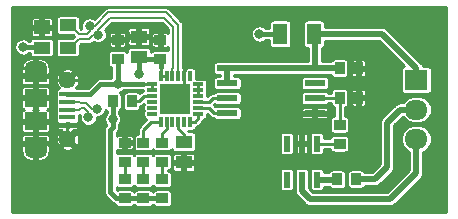
<source format=gbr>
G04 #@! TF.GenerationSoftware,KiCad,Pcbnew,(5.1.4-7-g8dd734fbd)*
G04 #@! TF.CreationDate,2019-09-01T10:21:26+03:00*
G04 #@! TF.ProjectId,usb1wireadapter,75736231-7769-4726-9561-646170746572,rev?*
G04 #@! TF.SameCoordinates,Original*
G04 #@! TF.FileFunction,Copper,L1,Top*
G04 #@! TF.FilePolarity,Positive*
%FSLAX46Y46*%
G04 Gerber Fmt 4.6, Leading zero omitted, Abs format (unit mm)*
G04 Created by KiCad (PCBNEW (5.1.4-7-g8dd734fbd)) date 2019-09-01 10:21:26*
%MOMM*%
%LPD*%
G04 APERTURE LIST*
%ADD10R,0.530000X1.330000*%
%ADD11R,1.400000X1.120000*%
%ADD12R,1.000000X0.820000*%
%ADD13R,0.820000X1.000000*%
%ADD14R,1.400000X1.200000*%
%ADD15R,1.400000X1.000000*%
%ADD16R,1.900000X1.500000*%
%ADD17C,1.450000*%
%ADD18R,1.350000X0.400000*%
%ADD19O,1.900000X1.200000*%
%ADD20R,1.900000X1.200000*%
%ADD21R,0.300000X0.850000*%
%ADD22R,0.850000X0.300000*%
%ADD23R,2.600000X2.600000*%
%ADD24R,1.750000X0.550000*%
%ADD25R,1.220000X1.800000*%
%ADD26R,1.950000X1.700000*%
%ADD27O,1.950000X1.700000*%
%ADD28C,0.800000*%
%ADD29C,0.250000*%
%ADD30C,0.400000*%
%ADD31C,0.550000*%
%ADD32C,0.200000*%
%ADD33C,0.254000*%
G04 APERTURE END LIST*
D10*
X116930000Y-77025000D03*
X118200000Y-77025000D03*
X119470000Y-77025000D03*
X116930000Y-73975000D03*
X118200000Y-73975000D03*
X119470000Y-73975000D03*
D11*
X108200000Y-73820000D03*
X108200000Y-75580000D03*
X104400000Y-66680000D03*
X104400000Y-64920000D03*
D12*
X106200000Y-65200000D03*
X106200000Y-66800000D03*
D13*
X123000000Y-67600000D03*
X121400000Y-67600000D03*
X123000000Y-70100000D03*
X121400000Y-70100000D03*
D14*
X96200000Y-64130000D03*
D15*
X96200000Y-65850000D03*
X98400000Y-65850000D03*
X98400000Y-63950000D03*
D12*
X103200000Y-73900000D03*
X103200000Y-75500000D03*
X106400000Y-73900000D03*
X106400000Y-75500000D03*
X104800000Y-75500000D03*
X104800000Y-73900000D03*
D16*
X95662500Y-72100000D03*
D17*
X98362500Y-68600000D03*
D18*
X98362500Y-70450000D03*
X98362500Y-69800000D03*
X98362500Y-72400000D03*
X98362500Y-71750000D03*
X98362500Y-71100000D03*
D17*
X98362500Y-73600000D03*
D16*
X95662500Y-70100000D03*
D19*
X95662500Y-67600000D03*
X95662500Y-74600000D03*
D20*
X95662500Y-74000000D03*
X95662500Y-68200000D03*
D13*
X103800000Y-70400000D03*
X102200000Y-70400000D03*
D12*
X103200000Y-77000000D03*
X103200000Y-78600000D03*
X106400000Y-78600000D03*
X106400000Y-77000000D03*
X104800000Y-77000000D03*
X104800000Y-78600000D03*
X121400000Y-74000000D03*
X121400000Y-72400000D03*
D13*
X122800000Y-77000000D03*
X121200000Y-77000000D03*
D21*
X108750000Y-68250000D03*
X108250000Y-68250000D03*
X107750000Y-68250000D03*
X107250000Y-68250000D03*
X106750000Y-68250000D03*
X106250000Y-68250000D03*
D22*
X105550000Y-68950000D03*
X105550000Y-69450000D03*
X105550000Y-69950000D03*
X105550000Y-70450000D03*
X105550000Y-70950000D03*
X105550000Y-71450000D03*
D21*
X106250000Y-72150000D03*
X106750000Y-72150000D03*
X107250000Y-72150000D03*
X107750000Y-72150000D03*
X108250000Y-72150000D03*
X108750000Y-72150000D03*
D22*
X109450000Y-71450000D03*
X109450000Y-70950000D03*
X109450000Y-70450000D03*
X109450000Y-69950000D03*
X109450000Y-69450000D03*
X109450000Y-68950000D03*
D23*
X107500000Y-70200000D03*
D24*
X119300000Y-71405000D03*
X119300000Y-70135000D03*
X119300000Y-68865000D03*
X119300000Y-67595000D03*
X111900000Y-67595000D03*
X111900000Y-68865000D03*
X111900000Y-70135000D03*
X111900000Y-71405000D03*
D12*
X102600000Y-66800000D03*
X102600000Y-65200000D03*
D25*
X119230000Y-64700000D03*
X116370000Y-64700000D03*
D26*
X127900000Y-68600000D03*
D27*
X127900000Y-71100000D03*
X127900000Y-73600000D03*
D28*
X102600000Y-68950000D03*
X114599992Y-64700000D03*
X94600000Y-65800000D03*
X103900000Y-72200000D03*
X108700000Y-66700000D03*
X123000000Y-65800000D03*
X94600000Y-64200000D03*
X106200000Y-64100000D03*
X104400000Y-68100000D03*
X102200000Y-71900000D03*
X100228768Y-64028768D03*
X100128768Y-71771232D03*
X100971232Y-64771232D03*
X100871232Y-71028768D03*
D29*
X105550000Y-68950000D02*
X105550000Y-69450000D01*
D30*
X102600000Y-68950000D02*
X104800000Y-68950000D01*
X102600000Y-68950000D02*
X102600000Y-66800000D01*
D29*
X104800000Y-68950000D02*
X105550000Y-68950000D01*
D30*
X116370000Y-64700000D02*
X114599992Y-64700000D01*
X96150000Y-65800000D02*
X96200000Y-65850000D01*
X94600000Y-65800000D02*
X96150000Y-65800000D01*
X100300000Y-69800000D02*
X98362500Y-69800000D01*
X102600000Y-68950000D02*
X101150000Y-68950000D01*
X101150000Y-68950000D02*
X100300000Y-69800000D01*
D29*
X108250000Y-69450000D02*
X107500000Y-70200000D01*
X108250000Y-68250000D02*
X108250000Y-69450000D01*
X118200000Y-73100000D02*
X118200000Y-73975000D01*
X119300000Y-72000000D02*
X118200000Y-73100000D01*
X119300000Y-71405000D02*
X119300000Y-72000000D01*
X105220000Y-64920000D02*
X104400000Y-64920000D01*
X105500000Y-65200000D02*
X105220000Y-64920000D01*
X106200000Y-65200000D02*
X105500000Y-65200000D01*
X103580000Y-64920000D02*
X104400000Y-64920000D01*
X103300000Y-65200000D02*
X103580000Y-64920000D01*
X102600000Y-65200000D02*
X103300000Y-65200000D01*
X97300000Y-73600000D02*
X98362500Y-73600000D01*
X96900000Y-74000000D02*
X97300000Y-73600000D01*
X95662500Y-74000000D02*
X96900000Y-74000000D01*
X103200000Y-72900000D02*
X103900000Y-72200000D01*
X108250000Y-67150000D02*
X108700000Y-66700000D01*
X108250000Y-68250000D02*
X108250000Y-67150000D01*
X123000000Y-67600000D02*
X123000000Y-65800000D01*
X123000000Y-67600000D02*
X123000000Y-70100000D01*
X98362500Y-72400000D02*
X98362500Y-73600000D01*
X95662500Y-74000000D02*
X95662500Y-74600000D01*
X103200000Y-72900000D02*
X103200000Y-73900000D01*
X95662500Y-68200000D02*
X95662500Y-67600000D01*
X95662500Y-68200000D02*
X95662500Y-70100000D01*
X95662500Y-70100000D02*
X95662500Y-72100000D01*
X95662500Y-72100000D02*
X95662500Y-74000000D01*
X97300000Y-68600000D02*
X98362500Y-68600000D01*
X96900000Y-68200000D02*
X97300000Y-68600000D01*
X95662500Y-68200000D02*
X96900000Y-68200000D01*
X117510000Y-75580000D02*
X108200000Y-75580000D01*
X118200000Y-74890000D02*
X117510000Y-75580000D01*
X118200000Y-73975000D02*
X118200000Y-74890000D01*
X95662500Y-77862500D02*
X95662500Y-74600000D01*
X108200000Y-75580000D02*
X108200000Y-79000000D01*
X108200000Y-79000000D02*
X107600000Y-79600000D01*
X107600000Y-79600000D02*
X97400000Y-79600000D01*
X97400000Y-79600000D02*
X95662500Y-77862500D01*
X96200000Y-64130000D02*
X94670000Y-64130000D01*
X94670000Y-64130000D02*
X94600000Y-64200000D01*
X93874999Y-64925001D02*
X93874999Y-67274999D01*
X94600000Y-64200000D02*
X93874999Y-64925001D01*
X94200000Y-67600000D02*
X95662500Y-67600000D01*
X93874999Y-67274999D02*
X94200000Y-67600000D01*
X101850000Y-65200000D02*
X102600000Y-65200000D01*
X101305000Y-66995000D02*
X101305000Y-65745000D01*
X98362500Y-68600000D02*
X99700000Y-68600000D01*
X101305000Y-65745000D02*
X101850000Y-65200000D01*
X99700000Y-68600000D02*
X101305000Y-66995000D01*
X106200000Y-65200000D02*
X106200000Y-64100000D01*
X106250000Y-68250000D02*
X106750000Y-68250000D01*
D30*
X106250000Y-66850000D02*
X106200000Y-66800000D01*
X104520000Y-66800000D02*
X104400000Y-66680000D01*
X106200000Y-66800000D02*
X104520000Y-66800000D01*
D29*
X106250000Y-68250000D02*
X106250000Y-67500000D01*
D30*
X106250000Y-67500000D02*
X106250000Y-66850000D01*
X104400000Y-66680000D02*
X104400000Y-68100000D01*
X106400000Y-78600000D02*
X104800000Y-78600000D01*
X104800000Y-78600000D02*
X103200000Y-78600000D01*
X102200000Y-70400000D02*
X102200000Y-71900000D01*
X102200000Y-72600000D02*
X102200000Y-71900000D01*
X103200000Y-78600000D02*
X102500000Y-78600000D01*
X102500000Y-78600000D02*
X102000000Y-78100000D01*
X102000000Y-78100000D02*
X102000000Y-72800000D01*
X102000000Y-72800000D02*
X102200000Y-72600000D01*
D31*
X111900000Y-67595000D02*
X111900000Y-68865000D01*
X119295000Y-67600000D02*
X119300000Y-67595000D01*
X111905000Y-67600000D02*
X119295000Y-67600000D01*
X111900000Y-67595000D02*
X111905000Y-67600000D01*
X119305000Y-67600000D02*
X121400000Y-67600000D01*
X119300000Y-67595000D02*
X119305000Y-67600000D01*
X119300000Y-64770000D02*
X119230000Y-64700000D01*
X119300000Y-67595000D02*
X119300000Y-64770000D01*
X127900000Y-67600000D02*
X127900000Y-68600000D01*
X125000000Y-64700000D02*
X127900000Y-67600000D01*
X119230000Y-64700000D02*
X125000000Y-64700000D01*
D29*
X107750000Y-72750000D02*
X107750000Y-72150000D01*
X108200000Y-73200000D02*
X107750000Y-72750000D01*
X108200000Y-73820000D02*
X108200000Y-73200000D01*
X106400000Y-73100000D02*
X106400000Y-73900000D01*
X106400000Y-73100000D02*
X106750000Y-72750000D01*
X106750000Y-72750000D02*
X106750000Y-72150000D01*
X104800000Y-72800000D02*
X104800000Y-73900000D01*
X105450000Y-72150000D02*
X104800000Y-72800000D01*
X106250000Y-72150000D02*
X105450000Y-72150000D01*
X110350000Y-70950000D02*
X109450000Y-70950000D01*
X110805000Y-71405000D02*
X110350000Y-70950000D01*
X111900000Y-71405000D02*
X110805000Y-71405000D01*
X110350000Y-70450000D02*
X109450000Y-70450000D01*
X110665000Y-70135000D02*
X110350000Y-70450000D01*
X111900000Y-70135000D02*
X110665000Y-70135000D01*
X103200000Y-75500000D02*
X103200000Y-77000000D01*
X104800000Y-75500000D02*
X104800000Y-77000000D01*
X106400000Y-75500000D02*
X106400000Y-77000000D01*
X121365000Y-70135000D02*
X121400000Y-70100000D01*
X119300000Y-70135000D02*
X121365000Y-70135000D01*
X121400000Y-70100000D02*
X121400000Y-72400000D01*
D31*
X126500000Y-71100000D02*
X127900000Y-71100000D01*
X124400000Y-77000000D02*
X125400000Y-76000000D01*
X122800000Y-77000000D02*
X124400000Y-77000000D01*
X125400000Y-76000000D02*
X125400000Y-72200000D01*
X125400000Y-72200000D02*
X126500000Y-71100000D01*
X127900000Y-76500000D02*
X127900000Y-73600000D01*
X118200000Y-77025000D02*
X118200000Y-78000000D01*
X118200000Y-78000000D02*
X118900000Y-78700000D01*
X118900000Y-78700000D02*
X125700000Y-78700000D01*
X125700000Y-78700000D02*
X127900000Y-76500000D01*
D29*
X104850000Y-69950000D02*
X105550000Y-69950000D01*
X104400000Y-70400000D02*
X104850000Y-69950000D01*
X103800000Y-70400000D02*
X104400000Y-70400000D01*
X119495000Y-74000000D02*
X119470000Y-73975000D01*
X121400000Y-74000000D02*
X119495000Y-74000000D01*
D31*
X121175000Y-77025000D02*
X121200000Y-77000000D01*
X119470000Y-77025000D02*
X121175000Y-77025000D01*
D29*
X108750000Y-72150000D02*
X109150000Y-72150000D01*
X109450000Y-71850000D02*
X109450000Y-71450000D01*
X109150000Y-72150000D02*
X109450000Y-71850000D01*
X109450000Y-68950000D02*
X109450000Y-69450000D01*
X109450000Y-69450000D02*
X109450000Y-69950000D01*
D32*
X100228768Y-64453033D02*
X100228768Y-64028768D01*
X99325000Y-64675000D02*
X100006801Y-64675000D01*
X98400000Y-63950000D02*
X98600000Y-63950000D01*
X98600000Y-63950000D02*
X99325000Y-64675000D01*
X100006801Y-64675000D02*
X100228768Y-64453033D01*
X100128768Y-71346967D02*
X100128768Y-71771232D01*
X98362500Y-71100000D02*
X99375001Y-71100000D01*
X99375001Y-71100000D02*
X99475001Y-71000000D01*
X99475001Y-71000000D02*
X99781801Y-71000000D01*
X99781801Y-71000000D02*
X100128768Y-71346967D01*
X107725000Y-67587499D02*
X107725000Y-63906800D01*
X107750000Y-68250000D02*
X107750000Y-67612499D01*
X107750000Y-67612499D02*
X107725000Y-67587499D01*
X107725000Y-63906800D02*
X106693200Y-62875000D01*
X100653033Y-64028768D02*
X100228768Y-64028768D01*
X106693200Y-62875000D02*
X101806801Y-62875000D01*
X101806801Y-62875000D02*
X100653033Y-64028768D01*
X98550000Y-65600000D02*
X98750000Y-65600000D01*
X100546967Y-64771232D02*
X100971232Y-64771232D01*
X100193199Y-65125000D02*
X100546967Y-64771232D01*
X99325000Y-65125000D02*
X100193199Y-65125000D01*
X98600000Y-65850000D02*
X99325000Y-65125000D01*
X98400000Y-65850000D02*
X98600000Y-65850000D01*
X99475001Y-70550000D02*
X99968199Y-70550000D01*
X99375001Y-70450000D02*
X99475001Y-70550000D01*
X99968199Y-70550000D02*
X100446967Y-71028768D01*
X98362500Y-70450000D02*
X99375001Y-70450000D01*
X100446967Y-71028768D02*
X100871232Y-71028768D01*
X107250000Y-67612499D02*
X107275000Y-67587499D01*
X107250000Y-68250000D02*
X107250000Y-67612499D01*
X107275000Y-67587499D02*
X107275000Y-64093200D01*
X107275000Y-64093200D02*
X106506800Y-63325000D01*
X101993199Y-63325000D02*
X100971232Y-64346967D01*
X106506800Y-63325000D02*
X101993199Y-63325000D01*
X100971232Y-64346967D02*
X100971232Y-64771232D01*
D33*
G36*
X130398001Y-79798000D02*
G01*
X93702000Y-79798000D01*
X93702000Y-73400000D01*
X94457271Y-73400000D01*
X94458500Y-73809500D01*
X94522000Y-73873000D01*
X94850313Y-73873000D01*
X94732447Y-73960483D01*
X94618829Y-74085934D01*
X94594235Y-74127000D01*
X94522000Y-74127000D01*
X94458500Y-74190500D01*
X94457271Y-74600000D01*
X94458500Y-74612479D01*
X94458500Y-74727002D01*
X94492376Y-74727002D01*
X94500285Y-74741798D01*
X94521636Y-74767814D01*
X94498260Y-74857546D01*
X94531868Y-74968860D01*
X94618829Y-75114066D01*
X94732447Y-75239517D01*
X94868356Y-75340392D01*
X95021333Y-75412814D01*
X95185500Y-75454000D01*
X95535500Y-75454000D01*
X95535500Y-73209500D01*
X95789500Y-73209500D01*
X95789500Y-75454000D01*
X96139500Y-75454000D01*
X96303667Y-75412814D01*
X96456644Y-75340392D01*
X96592553Y-75239517D01*
X96706171Y-75114066D01*
X96793132Y-74968860D01*
X96826740Y-74857546D01*
X96803364Y-74767814D01*
X96824715Y-74741798D01*
X96832624Y-74727002D01*
X96866500Y-74727002D01*
X96866500Y-74612479D01*
X96867729Y-74600000D01*
X96866932Y-74334282D01*
X97807824Y-74334282D01*
X97891858Y-74463849D01*
X98069429Y-74539068D01*
X98258263Y-74578200D01*
X98451103Y-74579739D01*
X98640538Y-74543628D01*
X98819288Y-74471253D01*
X98833142Y-74463849D01*
X98917176Y-74334282D01*
X98362500Y-73779605D01*
X97807824Y-74334282D01*
X96866932Y-74334282D01*
X96866500Y-74190500D01*
X96803000Y-74127000D01*
X96730765Y-74127000D01*
X96706171Y-74085934D01*
X96592553Y-73960483D01*
X96474687Y-73873000D01*
X96803000Y-73873000D01*
X96866500Y-73809500D01*
X96866862Y-73688603D01*
X97382761Y-73688603D01*
X97418872Y-73878038D01*
X97491247Y-74056788D01*
X97498651Y-74070642D01*
X97628218Y-74154676D01*
X98182895Y-73600000D01*
X98542105Y-73600000D01*
X99096782Y-74154676D01*
X99226349Y-74070642D01*
X99301568Y-73893071D01*
X99340700Y-73704237D01*
X99342239Y-73511397D01*
X99306128Y-73321962D01*
X99233753Y-73143212D01*
X99226349Y-73129358D01*
X99096782Y-73045324D01*
X98542105Y-73600000D01*
X98182895Y-73600000D01*
X97628218Y-73045324D01*
X97498651Y-73129358D01*
X97423432Y-73306929D01*
X97384300Y-73495763D01*
X97382761Y-73688603D01*
X96866862Y-73688603D01*
X96867729Y-73400000D01*
X96862825Y-73350207D01*
X96848301Y-73302328D01*
X96824715Y-73258202D01*
X96792974Y-73219526D01*
X96754298Y-73187785D01*
X96710172Y-73164199D01*
X96662293Y-73149675D01*
X96612500Y-73144771D01*
X95853000Y-73146000D01*
X95789500Y-73209500D01*
X95535500Y-73209500D01*
X95472000Y-73146000D01*
X94712500Y-73144771D01*
X94662707Y-73149675D01*
X94614828Y-73164199D01*
X94570702Y-73187785D01*
X94532026Y-73219526D01*
X94500285Y-73258202D01*
X94476699Y-73302328D01*
X94462175Y-73350207D01*
X94457271Y-73400000D01*
X93702000Y-73400000D01*
X93702000Y-72850000D01*
X94457271Y-72850000D01*
X94462175Y-72899793D01*
X94476699Y-72947672D01*
X94500285Y-72991798D01*
X94532026Y-73030474D01*
X94570702Y-73062215D01*
X94614828Y-73085801D01*
X94662707Y-73100325D01*
X94712500Y-73105229D01*
X95472000Y-73104000D01*
X95535500Y-73040500D01*
X95535500Y-72227000D01*
X95789500Y-72227000D01*
X95789500Y-73040500D01*
X95853000Y-73104000D01*
X96612500Y-73105229D01*
X96662293Y-73100325D01*
X96710172Y-73085801D01*
X96754298Y-73062215D01*
X96792974Y-73030474D01*
X96824715Y-72991798D01*
X96848301Y-72947672D01*
X96862825Y-72899793D01*
X96867729Y-72850000D01*
X96867180Y-72600000D01*
X97432271Y-72600000D01*
X97437175Y-72649793D01*
X97451699Y-72697672D01*
X97475285Y-72741798D01*
X97507026Y-72780474D01*
X97545702Y-72812215D01*
X97589828Y-72835801D01*
X97637707Y-72850325D01*
X97687500Y-72855229D01*
X97814836Y-72854906D01*
X97807824Y-72865718D01*
X98362500Y-73420395D01*
X98917176Y-72865718D01*
X98910164Y-72854906D01*
X99037500Y-72855229D01*
X99087293Y-72850325D01*
X99135172Y-72835801D01*
X99179298Y-72812215D01*
X99217974Y-72780474D01*
X99249715Y-72741798D01*
X99273301Y-72697672D01*
X99287825Y-72649793D01*
X99292729Y-72600000D01*
X99291500Y-72536500D01*
X99228000Y-72473000D01*
X98489500Y-72473000D01*
X98489500Y-72547000D01*
X98235500Y-72547000D01*
X98235500Y-72473000D01*
X97497000Y-72473000D01*
X97433500Y-72536500D01*
X97432271Y-72600000D01*
X96867180Y-72600000D01*
X96866500Y-72290500D01*
X96803000Y-72227000D01*
X95789500Y-72227000D01*
X95535500Y-72227000D01*
X94522000Y-72227000D01*
X94458500Y-72290500D01*
X94457271Y-72850000D01*
X93702000Y-72850000D01*
X93702000Y-70850000D01*
X94457271Y-70850000D01*
X94462175Y-70899793D01*
X94476699Y-70947672D01*
X94500285Y-70991798D01*
X94532026Y-71030474D01*
X94570702Y-71062215D01*
X94614828Y-71085801D01*
X94661636Y-71100000D01*
X94614828Y-71114199D01*
X94570702Y-71137785D01*
X94532026Y-71169526D01*
X94500285Y-71208202D01*
X94476699Y-71252328D01*
X94462175Y-71300207D01*
X94457271Y-71350000D01*
X94458500Y-71909500D01*
X94522000Y-71973000D01*
X95535500Y-71973000D01*
X95535500Y-71159500D01*
X95476000Y-71100000D01*
X95535500Y-71040500D01*
X95535500Y-70227000D01*
X95789500Y-70227000D01*
X95789500Y-71040500D01*
X95849000Y-71100000D01*
X95789500Y-71159500D01*
X95789500Y-71973000D01*
X96803000Y-71973000D01*
X96866500Y-71909500D01*
X96867729Y-71350000D01*
X96862825Y-71300207D01*
X96848301Y-71252328D01*
X96824715Y-71208202D01*
X96792974Y-71169526D01*
X96754298Y-71137785D01*
X96710172Y-71114199D01*
X96663364Y-71100000D01*
X96710172Y-71085801D01*
X96754298Y-71062215D01*
X96792974Y-71030474D01*
X96824715Y-70991798D01*
X96848301Y-70947672D01*
X96862825Y-70899793D01*
X96867729Y-70850000D01*
X96866500Y-70290500D01*
X96803000Y-70227000D01*
X95789500Y-70227000D01*
X95535500Y-70227000D01*
X94522000Y-70227000D01*
X94458500Y-70290500D01*
X94457271Y-70850000D01*
X93702000Y-70850000D01*
X93702000Y-69350000D01*
X94457271Y-69350000D01*
X94458500Y-69909500D01*
X94522000Y-69973000D01*
X95535500Y-69973000D01*
X95535500Y-69159500D01*
X95789500Y-69159500D01*
X95789500Y-69973000D01*
X96803000Y-69973000D01*
X96866500Y-69909500D01*
X96867179Y-69600000D01*
X97358918Y-69600000D01*
X97358918Y-70000000D01*
X97365232Y-70064103D01*
X97383705Y-70125000D01*
X97365232Y-70185897D01*
X97358918Y-70250000D01*
X97358918Y-70650000D01*
X97365232Y-70714103D01*
X97383705Y-70775000D01*
X97365232Y-70835897D01*
X97358918Y-70900000D01*
X97358918Y-71300000D01*
X97365232Y-71364103D01*
X97383705Y-71425000D01*
X97365232Y-71485897D01*
X97358918Y-71550000D01*
X97358918Y-71950000D01*
X97365232Y-72014103D01*
X97383930Y-72075743D01*
X97414294Y-72132550D01*
X97436276Y-72159336D01*
X97432271Y-72200000D01*
X97433500Y-72263500D01*
X97497000Y-72327000D01*
X98235500Y-72327000D01*
X98235500Y-72278582D01*
X98489500Y-72278582D01*
X98489500Y-72327000D01*
X99228000Y-72327000D01*
X99291500Y-72263500D01*
X99292729Y-72200000D01*
X99288724Y-72159336D01*
X99310706Y-72132550D01*
X99341070Y-72075743D01*
X99359768Y-72014103D01*
X99366082Y-71950000D01*
X99366082Y-71550000D01*
X99363912Y-71527973D01*
X99375001Y-71529065D01*
X99395968Y-71527000D01*
X99395979Y-71527000D01*
X99445034Y-71522169D01*
X99429706Y-71559174D01*
X99401768Y-71699629D01*
X99401768Y-71842835D01*
X99429706Y-71983290D01*
X99484509Y-72115596D01*
X99564070Y-72234668D01*
X99665332Y-72335930D01*
X99784404Y-72415491D01*
X99916710Y-72470294D01*
X100057165Y-72498232D01*
X100200371Y-72498232D01*
X100340826Y-72470294D01*
X100473132Y-72415491D01*
X100592204Y-72335930D01*
X100693466Y-72234668D01*
X100773027Y-72115596D01*
X100827830Y-71983290D01*
X100855768Y-71842835D01*
X100855768Y-71755768D01*
X100942835Y-71755768D01*
X101083290Y-71727830D01*
X101215596Y-71673027D01*
X101334668Y-71593466D01*
X101435930Y-71492204D01*
X101515491Y-71373132D01*
X101570294Y-71240826D01*
X101587071Y-71156482D01*
X101607450Y-71173206D01*
X101664257Y-71203570D01*
X101673001Y-71206222D01*
X101673001Y-71398865D01*
X101635302Y-71436564D01*
X101555741Y-71555636D01*
X101500938Y-71687942D01*
X101473000Y-71828397D01*
X101473000Y-71971603D01*
X101500938Y-72112058D01*
X101555741Y-72244364D01*
X101635302Y-72363436D01*
X101663288Y-72391422D01*
X101645661Y-72409050D01*
X101625553Y-72425552D01*
X101586614Y-72473000D01*
X101559696Y-72505799D01*
X101510761Y-72597351D01*
X101480626Y-72696691D01*
X101470451Y-72800000D01*
X101473001Y-72825891D01*
X101473000Y-78074119D01*
X101470451Y-78100000D01*
X101473000Y-78125880D01*
X101480626Y-78203309D01*
X101510761Y-78302649D01*
X101559696Y-78394202D01*
X101625552Y-78474448D01*
X101645666Y-78490955D01*
X102109053Y-78954344D01*
X102125552Y-78974448D01*
X102205798Y-79040304D01*
X102297350Y-79089239D01*
X102390935Y-79117628D01*
X102396430Y-79135743D01*
X102426794Y-79192550D01*
X102467657Y-79242343D01*
X102517450Y-79283206D01*
X102574257Y-79313570D01*
X102635897Y-79332268D01*
X102700000Y-79338582D01*
X103700000Y-79338582D01*
X103764103Y-79332268D01*
X103825743Y-79313570D01*
X103882550Y-79283206D01*
X103932343Y-79242343D01*
X103973206Y-79192550D01*
X104000000Y-79142422D01*
X104026794Y-79192550D01*
X104067657Y-79242343D01*
X104117450Y-79283206D01*
X104174257Y-79313570D01*
X104235897Y-79332268D01*
X104300000Y-79338582D01*
X105300000Y-79338582D01*
X105364103Y-79332268D01*
X105425743Y-79313570D01*
X105482550Y-79283206D01*
X105532343Y-79242343D01*
X105573206Y-79192550D01*
X105600000Y-79142422D01*
X105626794Y-79192550D01*
X105667657Y-79242343D01*
X105717450Y-79283206D01*
X105774257Y-79313570D01*
X105835897Y-79332268D01*
X105900000Y-79338582D01*
X106900000Y-79338582D01*
X106964103Y-79332268D01*
X107025743Y-79313570D01*
X107082550Y-79283206D01*
X107132343Y-79242343D01*
X107173206Y-79192550D01*
X107203570Y-79135743D01*
X107222268Y-79074103D01*
X107228582Y-79010000D01*
X107228582Y-78190000D01*
X107222268Y-78125897D01*
X107203570Y-78064257D01*
X107173206Y-78007450D01*
X107132343Y-77957657D01*
X107082550Y-77916794D01*
X107025743Y-77886430D01*
X106964103Y-77867732D01*
X106900000Y-77861418D01*
X105900000Y-77861418D01*
X105835897Y-77867732D01*
X105774257Y-77886430D01*
X105717450Y-77916794D01*
X105667657Y-77957657D01*
X105626794Y-78007450D01*
X105600000Y-78057578D01*
X105573206Y-78007450D01*
X105532343Y-77957657D01*
X105482550Y-77916794D01*
X105425743Y-77886430D01*
X105364103Y-77867732D01*
X105300000Y-77861418D01*
X104300000Y-77861418D01*
X104235897Y-77867732D01*
X104174257Y-77886430D01*
X104117450Y-77916794D01*
X104067657Y-77957657D01*
X104026794Y-78007450D01*
X104000000Y-78057578D01*
X103973206Y-78007450D01*
X103932343Y-77957657D01*
X103882550Y-77916794D01*
X103825743Y-77886430D01*
X103764103Y-77867732D01*
X103700000Y-77861418D01*
X102700000Y-77861418D01*
X102635897Y-77867732D01*
X102574257Y-77886430D01*
X102546537Y-77901247D01*
X102527000Y-77881710D01*
X102527000Y-77688311D01*
X102574257Y-77713570D01*
X102635897Y-77732268D01*
X102700000Y-77738582D01*
X103700000Y-77738582D01*
X103764103Y-77732268D01*
X103825743Y-77713570D01*
X103882550Y-77683206D01*
X103932343Y-77642343D01*
X103973206Y-77592550D01*
X104000000Y-77542422D01*
X104026794Y-77592550D01*
X104067657Y-77642343D01*
X104117450Y-77683206D01*
X104174257Y-77713570D01*
X104235897Y-77732268D01*
X104300000Y-77738582D01*
X105300000Y-77738582D01*
X105364103Y-77732268D01*
X105425743Y-77713570D01*
X105482550Y-77683206D01*
X105532343Y-77642343D01*
X105573206Y-77592550D01*
X105600000Y-77542422D01*
X105626794Y-77592550D01*
X105667657Y-77642343D01*
X105717450Y-77683206D01*
X105774257Y-77713570D01*
X105835897Y-77732268D01*
X105900000Y-77738582D01*
X106900000Y-77738582D01*
X106964103Y-77732268D01*
X107025743Y-77713570D01*
X107082550Y-77683206D01*
X107132343Y-77642343D01*
X107173206Y-77592550D01*
X107203570Y-77535743D01*
X107222268Y-77474103D01*
X107228582Y-77410000D01*
X107228582Y-76590000D01*
X107222268Y-76525897D01*
X107203570Y-76464257D01*
X107173206Y-76407450D01*
X107132343Y-76357657D01*
X107082550Y-76316794D01*
X107025743Y-76286430D01*
X106964103Y-76267732D01*
X106900000Y-76261418D01*
X106852000Y-76261418D01*
X106852000Y-76238582D01*
X106900000Y-76238582D01*
X106964103Y-76232268D01*
X107025743Y-76213570D01*
X107082550Y-76183206D01*
X107132343Y-76142343D01*
X107134265Y-76140000D01*
X107244771Y-76140000D01*
X107249675Y-76189793D01*
X107264199Y-76237672D01*
X107287785Y-76281798D01*
X107319526Y-76320474D01*
X107358202Y-76352215D01*
X107402328Y-76375801D01*
X107450207Y-76390325D01*
X107500000Y-76395229D01*
X108009500Y-76394000D01*
X108073000Y-76330500D01*
X108073000Y-75707000D01*
X108327000Y-75707000D01*
X108327000Y-76330500D01*
X108390500Y-76394000D01*
X108900000Y-76395229D01*
X108949793Y-76390325D01*
X108997672Y-76375801D01*
X109027233Y-76360000D01*
X116336418Y-76360000D01*
X116336418Y-77690000D01*
X116342732Y-77754103D01*
X116361430Y-77815743D01*
X116391794Y-77872550D01*
X116432657Y-77922343D01*
X116482450Y-77963206D01*
X116539257Y-77993570D01*
X116600897Y-78012268D01*
X116665000Y-78018582D01*
X117195000Y-78018582D01*
X117259103Y-78012268D01*
X117299545Y-78000000D01*
X117595089Y-78000000D01*
X117606712Y-78118012D01*
X117641134Y-78231489D01*
X117675203Y-78295227D01*
X117697035Y-78336071D01*
X117772264Y-78427737D01*
X117795229Y-78446584D01*
X118453420Y-79104777D01*
X118472263Y-79127737D01*
X118495223Y-79146580D01*
X118495227Y-79146584D01*
X118550916Y-79192286D01*
X118563929Y-79202966D01*
X118668510Y-79258866D01*
X118781988Y-79293289D01*
X118870434Y-79302000D01*
X118870443Y-79302000D01*
X118899999Y-79304911D01*
X118929556Y-79302000D01*
X125670444Y-79302000D01*
X125700000Y-79304911D01*
X125729556Y-79302000D01*
X125729566Y-79302000D01*
X125818012Y-79293289D01*
X125931490Y-79258866D01*
X126036071Y-79202966D01*
X126127737Y-79127737D01*
X126146589Y-79104766D01*
X128304773Y-76946583D01*
X128327737Y-76927737D01*
X128402966Y-76836071D01*
X128458866Y-76731490D01*
X128493289Y-76618012D01*
X128502000Y-76529566D01*
X128502000Y-76529557D01*
X128504911Y-76500000D01*
X128502000Y-76470444D01*
X128502000Y-74679623D01*
X128682070Y-74583374D01*
X128861291Y-74436291D01*
X129008374Y-74257070D01*
X129117667Y-74052597D01*
X129184969Y-73830732D01*
X129207694Y-73600000D01*
X129184969Y-73369268D01*
X129117667Y-73147403D01*
X129008374Y-72942930D01*
X128861291Y-72763709D01*
X128682070Y-72616626D01*
X128477597Y-72507333D01*
X128255732Y-72440031D01*
X128082812Y-72423000D01*
X127717188Y-72423000D01*
X127544268Y-72440031D01*
X127322403Y-72507333D01*
X127117930Y-72616626D01*
X126938709Y-72763709D01*
X126791626Y-72942930D01*
X126682333Y-73147403D01*
X126615031Y-73369268D01*
X126592306Y-73600000D01*
X126615031Y-73830732D01*
X126682333Y-74052597D01*
X126791626Y-74257070D01*
X126938709Y-74436291D01*
X127117930Y-74583374D01*
X127298001Y-74679624D01*
X127298000Y-76250644D01*
X125450645Y-78098000D01*
X119149356Y-78098000D01*
X118978467Y-77927111D01*
X119022450Y-77963206D01*
X119079257Y-77993570D01*
X119140897Y-78012268D01*
X119205000Y-78018582D01*
X119735000Y-78018582D01*
X119799103Y-78012268D01*
X119860743Y-77993570D01*
X119917550Y-77963206D01*
X119967343Y-77922343D01*
X120008206Y-77872550D01*
X120038570Y-77815743D01*
X120057268Y-77754103D01*
X120063582Y-77690000D01*
X120063582Y-77627000D01*
X120487102Y-77627000D01*
X120516794Y-77682550D01*
X120557657Y-77732343D01*
X120607450Y-77773206D01*
X120664257Y-77803570D01*
X120725897Y-77822268D01*
X120790000Y-77828582D01*
X121610000Y-77828582D01*
X121674103Y-77822268D01*
X121735743Y-77803570D01*
X121792550Y-77773206D01*
X121842343Y-77732343D01*
X121883206Y-77682550D01*
X121913570Y-77625743D01*
X121932268Y-77564103D01*
X121938582Y-77500000D01*
X121938582Y-76500000D01*
X122061418Y-76500000D01*
X122061418Y-77500000D01*
X122067732Y-77564103D01*
X122086430Y-77625743D01*
X122116794Y-77682550D01*
X122157657Y-77732343D01*
X122207450Y-77773206D01*
X122264257Y-77803570D01*
X122325897Y-77822268D01*
X122390000Y-77828582D01*
X123210000Y-77828582D01*
X123274103Y-77822268D01*
X123335743Y-77803570D01*
X123392550Y-77773206D01*
X123442343Y-77732343D01*
X123483206Y-77682550D01*
X123513570Y-77625743D01*
X123520772Y-77602000D01*
X124370444Y-77602000D01*
X124400000Y-77604911D01*
X124429556Y-77602000D01*
X124429566Y-77602000D01*
X124518012Y-77593289D01*
X124631490Y-77558866D01*
X124736071Y-77502966D01*
X124827737Y-77427737D01*
X124846589Y-77404766D01*
X125804773Y-76446583D01*
X125827737Y-76427737D01*
X125854531Y-76395089D01*
X125902966Y-76336072D01*
X125958866Y-76231490D01*
X125993289Y-76118013D01*
X125995797Y-76092550D01*
X126002000Y-76029566D01*
X126002000Y-76029559D01*
X126004911Y-76000000D01*
X126002000Y-75970441D01*
X126002000Y-72449355D01*
X126749356Y-71702000D01*
X126762190Y-71702000D01*
X126791626Y-71757070D01*
X126938709Y-71936291D01*
X127117930Y-72083374D01*
X127322403Y-72192667D01*
X127544268Y-72259969D01*
X127717188Y-72277000D01*
X128082812Y-72277000D01*
X128255732Y-72259969D01*
X128477597Y-72192667D01*
X128682070Y-72083374D01*
X128861291Y-71936291D01*
X129008374Y-71757070D01*
X129117667Y-71552597D01*
X129184969Y-71330732D01*
X129207694Y-71100000D01*
X129184969Y-70869268D01*
X129117667Y-70647403D01*
X129008374Y-70442930D01*
X128861291Y-70263709D01*
X128682070Y-70116626D01*
X128477597Y-70007333D01*
X128255732Y-69940031D01*
X128082812Y-69923000D01*
X127717188Y-69923000D01*
X127544268Y-69940031D01*
X127322403Y-70007333D01*
X127117930Y-70116626D01*
X126938709Y-70263709D01*
X126791626Y-70442930D01*
X126762190Y-70498000D01*
X126529556Y-70498000D01*
X126500000Y-70495089D01*
X126470443Y-70498000D01*
X126470434Y-70498000D01*
X126381988Y-70506711D01*
X126268510Y-70541134D01*
X126163929Y-70597034D01*
X126072263Y-70672263D01*
X126053416Y-70695229D01*
X124995229Y-71753416D01*
X124972264Y-71772263D01*
X124953417Y-71795228D01*
X124953416Y-71795229D01*
X124897035Y-71863929D01*
X124841134Y-71968511D01*
X124806712Y-72081988D01*
X124795089Y-72200000D01*
X124798001Y-72229566D01*
X124798000Y-75750644D01*
X124150645Y-76398000D01*
X123520772Y-76398000D01*
X123513570Y-76374257D01*
X123483206Y-76317450D01*
X123442343Y-76267657D01*
X123392550Y-76226794D01*
X123335743Y-76196430D01*
X123274103Y-76177732D01*
X123210000Y-76171418D01*
X122390000Y-76171418D01*
X122325897Y-76177732D01*
X122264257Y-76196430D01*
X122207450Y-76226794D01*
X122157657Y-76267657D01*
X122116794Y-76317450D01*
X122086430Y-76374257D01*
X122067732Y-76435897D01*
X122061418Y-76500000D01*
X121938582Y-76500000D01*
X121932268Y-76435897D01*
X121913570Y-76374257D01*
X121883206Y-76317450D01*
X121842343Y-76267657D01*
X121792550Y-76226794D01*
X121735743Y-76196430D01*
X121674103Y-76177732D01*
X121610000Y-76171418D01*
X120790000Y-76171418D01*
X120725897Y-76177732D01*
X120664257Y-76196430D01*
X120607450Y-76226794D01*
X120557657Y-76267657D01*
X120516794Y-76317450D01*
X120486430Y-76374257D01*
X120471644Y-76423000D01*
X120063582Y-76423000D01*
X120063582Y-76360000D01*
X120057268Y-76295897D01*
X120038570Y-76234257D01*
X120008206Y-76177450D01*
X119967343Y-76127657D01*
X119917550Y-76086794D01*
X119860743Y-76056430D01*
X119799103Y-76037732D01*
X119735000Y-76031418D01*
X119205000Y-76031418D01*
X119140897Y-76037732D01*
X119079257Y-76056430D01*
X119022450Y-76086794D01*
X118972657Y-76127657D01*
X118931794Y-76177450D01*
X118901430Y-76234257D01*
X118882732Y-76295897D01*
X118876418Y-76360000D01*
X118876418Y-76909963D01*
X118865088Y-77025000D01*
X118876418Y-77140037D01*
X118876418Y-77690000D01*
X118882732Y-77754103D01*
X118901430Y-77815743D01*
X118931794Y-77872550D01*
X118967889Y-77916533D01*
X118802000Y-77750644D01*
X118802000Y-76995434D01*
X118793582Y-76909963D01*
X118793582Y-76360000D01*
X118787268Y-76295897D01*
X118768570Y-76234257D01*
X118738206Y-76177450D01*
X118697343Y-76127657D01*
X118647550Y-76086794D01*
X118590743Y-76056430D01*
X118529103Y-76037732D01*
X118465000Y-76031418D01*
X117935000Y-76031418D01*
X117870897Y-76037732D01*
X117809257Y-76056430D01*
X117752450Y-76086794D01*
X117702657Y-76127657D01*
X117661794Y-76177450D01*
X117631430Y-76234257D01*
X117612732Y-76295897D01*
X117606418Y-76360000D01*
X117606418Y-76909964D01*
X117598000Y-76995435D01*
X117598001Y-77970434D01*
X117595089Y-78000000D01*
X117299545Y-78000000D01*
X117320743Y-77993570D01*
X117377550Y-77963206D01*
X117427343Y-77922343D01*
X117468206Y-77872550D01*
X117498570Y-77815743D01*
X117517268Y-77754103D01*
X117523582Y-77690000D01*
X117523582Y-76360000D01*
X117517268Y-76295897D01*
X117498570Y-76234257D01*
X117468206Y-76177450D01*
X117427343Y-76127657D01*
X117377550Y-76086794D01*
X117320743Y-76056430D01*
X117259103Y-76037732D01*
X117195000Y-76031418D01*
X116665000Y-76031418D01*
X116600897Y-76037732D01*
X116539257Y-76056430D01*
X116482450Y-76086794D01*
X116432657Y-76127657D01*
X116391794Y-76177450D01*
X116361430Y-76234257D01*
X116342732Y-76295897D01*
X116336418Y-76360000D01*
X109027233Y-76360000D01*
X109041798Y-76352215D01*
X109080474Y-76320474D01*
X109112215Y-76281798D01*
X109135801Y-76237672D01*
X109150325Y-76189793D01*
X109155229Y-76140000D01*
X109154000Y-75770500D01*
X109090500Y-75707000D01*
X108327000Y-75707000D01*
X108073000Y-75707000D01*
X107309500Y-75707000D01*
X107246000Y-75770500D01*
X107244771Y-76140000D01*
X107134265Y-76140000D01*
X107173206Y-76092550D01*
X107203570Y-76035743D01*
X107222268Y-75974103D01*
X107228582Y-75910000D01*
X107228582Y-75090000D01*
X107222268Y-75025897D01*
X107220480Y-75020000D01*
X107244771Y-75020000D01*
X107246000Y-75389500D01*
X107309500Y-75453000D01*
X108073000Y-75453000D01*
X108073000Y-74829500D01*
X108327000Y-74829500D01*
X108327000Y-75453000D01*
X109090500Y-75453000D01*
X109154000Y-75389500D01*
X109155229Y-75020000D01*
X109150325Y-74970207D01*
X109135801Y-74922328D01*
X109112215Y-74878202D01*
X109080474Y-74839526D01*
X109041798Y-74807785D01*
X108997672Y-74784199D01*
X108949793Y-74769675D01*
X108900000Y-74764771D01*
X108390500Y-74766000D01*
X108327000Y-74829500D01*
X108073000Y-74829500D01*
X108009500Y-74766000D01*
X107500000Y-74764771D01*
X107450207Y-74769675D01*
X107402328Y-74784199D01*
X107358202Y-74807785D01*
X107319526Y-74839526D01*
X107287785Y-74878202D01*
X107264199Y-74922328D01*
X107249675Y-74970207D01*
X107244771Y-75020000D01*
X107220480Y-75020000D01*
X107203570Y-74964257D01*
X107173206Y-74907450D01*
X107132343Y-74857657D01*
X107082550Y-74816794D01*
X107025743Y-74786430D01*
X106964103Y-74767732D01*
X106900000Y-74761418D01*
X105900000Y-74761418D01*
X105835897Y-74767732D01*
X105774257Y-74786430D01*
X105717450Y-74816794D01*
X105667657Y-74857657D01*
X105626794Y-74907450D01*
X105600000Y-74957578D01*
X105573206Y-74907450D01*
X105532343Y-74857657D01*
X105482550Y-74816794D01*
X105425743Y-74786430D01*
X105364103Y-74767732D01*
X105300000Y-74761418D01*
X104300000Y-74761418D01*
X104235897Y-74767732D01*
X104174257Y-74786430D01*
X104117450Y-74816794D01*
X104067657Y-74857657D01*
X104026794Y-74907450D01*
X104000000Y-74957578D01*
X103973206Y-74907450D01*
X103932343Y-74857657D01*
X103882550Y-74816794D01*
X103825743Y-74786430D01*
X103764103Y-74767732D01*
X103700000Y-74761418D01*
X102700000Y-74761418D01*
X102635897Y-74767732D01*
X102574257Y-74786430D01*
X102527000Y-74811689D01*
X102527000Y-74496608D01*
X102558202Y-74522215D01*
X102602328Y-74545801D01*
X102650207Y-74560325D01*
X102700000Y-74565229D01*
X103009500Y-74564000D01*
X103073000Y-74500500D01*
X103073000Y-74027000D01*
X103327000Y-74027000D01*
X103327000Y-74500500D01*
X103390500Y-74564000D01*
X103700000Y-74565229D01*
X103749793Y-74560325D01*
X103797672Y-74545801D01*
X103841798Y-74522215D01*
X103880474Y-74490474D01*
X103912215Y-74451798D01*
X103935801Y-74407672D01*
X103950325Y-74359793D01*
X103955229Y-74310000D01*
X103954000Y-74090500D01*
X103890500Y-74027000D01*
X103327000Y-74027000D01*
X103073000Y-74027000D01*
X103053000Y-74027000D01*
X103053000Y-73773000D01*
X103073000Y-73773000D01*
X103073000Y-73299500D01*
X103327000Y-73299500D01*
X103327000Y-73773000D01*
X103890500Y-73773000D01*
X103954000Y-73709500D01*
X103955229Y-73490000D01*
X103950325Y-73440207D01*
X103935801Y-73392328D01*
X103912215Y-73348202D01*
X103880474Y-73309526D01*
X103841798Y-73277785D01*
X103797672Y-73254199D01*
X103749793Y-73239675D01*
X103700000Y-73234771D01*
X103390500Y-73236000D01*
X103327000Y-73299500D01*
X103073000Y-73299500D01*
X103009500Y-73236000D01*
X102700000Y-73234771D01*
X102650207Y-73239675D01*
X102602328Y-73254199D01*
X102558202Y-73277785D01*
X102527000Y-73303392D01*
X102527000Y-73018290D01*
X102554338Y-72990952D01*
X102574448Y-72974448D01*
X102640304Y-72894202D01*
X102689239Y-72802650D01*
X102719374Y-72703310D01*
X102727000Y-72625881D01*
X102727000Y-72625880D01*
X102729549Y-72600000D01*
X102727000Y-72574119D01*
X102727000Y-72401134D01*
X102764698Y-72363436D01*
X102844259Y-72244364D01*
X102899062Y-72112058D01*
X102927000Y-71971603D01*
X102927000Y-71828397D01*
X102899062Y-71687942D01*
X102844259Y-71555636D01*
X102764698Y-71436564D01*
X102727000Y-71398866D01*
X102727000Y-71206222D01*
X102735743Y-71203570D01*
X102792550Y-71173206D01*
X102842343Y-71132343D01*
X102883206Y-71082550D01*
X102913570Y-71025743D01*
X102932268Y-70964103D01*
X102938582Y-70900000D01*
X102938582Y-69900000D01*
X102932268Y-69835897D01*
X102913570Y-69774257D01*
X102883206Y-69717450D01*
X102842343Y-69667657D01*
X102817126Y-69646963D01*
X102944364Y-69594259D01*
X103063436Y-69514698D01*
X103101134Y-69477000D01*
X104796418Y-69477000D01*
X104796418Y-69501090D01*
X104761392Y-69504540D01*
X104688031Y-69526794D01*
X104676190Y-69530386D01*
X104597667Y-69572357D01*
X104528841Y-69628841D01*
X104514685Y-69646090D01*
X104465230Y-69695545D01*
X104442343Y-69667657D01*
X104392550Y-69626794D01*
X104335743Y-69596430D01*
X104274103Y-69577732D01*
X104210000Y-69571418D01*
X103390000Y-69571418D01*
X103325897Y-69577732D01*
X103264257Y-69596430D01*
X103207450Y-69626794D01*
X103157657Y-69667657D01*
X103116794Y-69717450D01*
X103086430Y-69774257D01*
X103067732Y-69835897D01*
X103061418Y-69900000D01*
X103061418Y-70900000D01*
X103067732Y-70964103D01*
X103086430Y-71025743D01*
X103116794Y-71082550D01*
X103157657Y-71132343D01*
X103207450Y-71173206D01*
X103264257Y-71203570D01*
X103325897Y-71222268D01*
X103390000Y-71228582D01*
X104210000Y-71228582D01*
X104274103Y-71222268D01*
X104335743Y-71203570D01*
X104392550Y-71173206D01*
X104442343Y-71132343D01*
X104483206Y-71082550D01*
X104513570Y-71025743D01*
X104532268Y-70964103D01*
X104538582Y-70900000D01*
X104538582Y-70830300D01*
X104573810Y-70819614D01*
X104652333Y-70777643D01*
X104721159Y-70721159D01*
X104735323Y-70703900D01*
X104800256Y-70638967D01*
X104802732Y-70664103D01*
X104813621Y-70700000D01*
X104802732Y-70735897D01*
X104796418Y-70800000D01*
X104796418Y-71100000D01*
X104802732Y-71164103D01*
X104813621Y-71200000D01*
X104802732Y-71235897D01*
X104796418Y-71300000D01*
X104796418Y-71600000D01*
X104802732Y-71664103D01*
X104821430Y-71725743D01*
X104851794Y-71782550D01*
X104892657Y-71832343D01*
X104942450Y-71873206D01*
X104999257Y-71903570D01*
X105043719Y-71917057D01*
X104496100Y-72464677D01*
X104478841Y-72478841D01*
X104422357Y-72547668D01*
X104396812Y-72595460D01*
X104380386Y-72626191D01*
X104354540Y-72711393D01*
X104345813Y-72800000D01*
X104348000Y-72822205D01*
X104348000Y-73161418D01*
X104300000Y-73161418D01*
X104235897Y-73167732D01*
X104174257Y-73186430D01*
X104117450Y-73216794D01*
X104067657Y-73257657D01*
X104026794Y-73307450D01*
X103996430Y-73364257D01*
X103977732Y-73425897D01*
X103971418Y-73490000D01*
X103971418Y-74310000D01*
X103977732Y-74374103D01*
X103996430Y-74435743D01*
X104026794Y-74492550D01*
X104067657Y-74542343D01*
X104117450Y-74583206D01*
X104174257Y-74613570D01*
X104235897Y-74632268D01*
X104300000Y-74638582D01*
X105300000Y-74638582D01*
X105364103Y-74632268D01*
X105425743Y-74613570D01*
X105482550Y-74583206D01*
X105532343Y-74542343D01*
X105573206Y-74492550D01*
X105600000Y-74442422D01*
X105626794Y-74492550D01*
X105667657Y-74542343D01*
X105717450Y-74583206D01*
X105774257Y-74613570D01*
X105835897Y-74632268D01*
X105900000Y-74638582D01*
X106900000Y-74638582D01*
X106964103Y-74632268D01*
X107025743Y-74613570D01*
X107082550Y-74583206D01*
X107132343Y-74542343D01*
X107173206Y-74492550D01*
X107185469Y-74469608D01*
X107196430Y-74505743D01*
X107226794Y-74562550D01*
X107267657Y-74612343D01*
X107317450Y-74653206D01*
X107374257Y-74683570D01*
X107435897Y-74702268D01*
X107500000Y-74708582D01*
X108900000Y-74708582D01*
X108964103Y-74702268D01*
X109025743Y-74683570D01*
X109082550Y-74653206D01*
X109132343Y-74612343D01*
X109173206Y-74562550D01*
X109203570Y-74505743D01*
X109222268Y-74444103D01*
X109228582Y-74380000D01*
X109228582Y-73310000D01*
X116336418Y-73310000D01*
X116336418Y-74640000D01*
X116342732Y-74704103D01*
X116361430Y-74765743D01*
X116391794Y-74822550D01*
X116432657Y-74872343D01*
X116482450Y-74913206D01*
X116539257Y-74943570D01*
X116600897Y-74962268D01*
X116665000Y-74968582D01*
X117195000Y-74968582D01*
X117259103Y-74962268D01*
X117320743Y-74943570D01*
X117377550Y-74913206D01*
X117427343Y-74872343D01*
X117468206Y-74822550D01*
X117498570Y-74765743D01*
X117517268Y-74704103D01*
X117523582Y-74640000D01*
X117679771Y-74640000D01*
X117684675Y-74689793D01*
X117699199Y-74737672D01*
X117722785Y-74781798D01*
X117754526Y-74820474D01*
X117793202Y-74852215D01*
X117837328Y-74875801D01*
X117885207Y-74890325D01*
X117935000Y-74895229D01*
X118009500Y-74894000D01*
X118073000Y-74830500D01*
X118073000Y-74102000D01*
X118327000Y-74102000D01*
X118327000Y-74830500D01*
X118390500Y-74894000D01*
X118465000Y-74895229D01*
X118514793Y-74890325D01*
X118562672Y-74875801D01*
X118606798Y-74852215D01*
X118645474Y-74820474D01*
X118677215Y-74781798D01*
X118700801Y-74737672D01*
X118715325Y-74689793D01*
X118720229Y-74640000D01*
X118719000Y-74165500D01*
X118655500Y-74102000D01*
X118327000Y-74102000D01*
X118073000Y-74102000D01*
X117744500Y-74102000D01*
X117681000Y-74165500D01*
X117679771Y-74640000D01*
X117523582Y-74640000D01*
X117523582Y-73310000D01*
X117679771Y-73310000D01*
X117681000Y-73784500D01*
X117744500Y-73848000D01*
X118073000Y-73848000D01*
X118073000Y-73119500D01*
X118327000Y-73119500D01*
X118327000Y-73848000D01*
X118655500Y-73848000D01*
X118719000Y-73784500D01*
X118720229Y-73310000D01*
X118876418Y-73310000D01*
X118876418Y-74640000D01*
X118882732Y-74704103D01*
X118901430Y-74765743D01*
X118931794Y-74822550D01*
X118972657Y-74872343D01*
X119022450Y-74913206D01*
X119079257Y-74943570D01*
X119140897Y-74962268D01*
X119205000Y-74968582D01*
X119735000Y-74968582D01*
X119799103Y-74962268D01*
X119860743Y-74943570D01*
X119917550Y-74913206D01*
X119967343Y-74872343D01*
X120008206Y-74822550D01*
X120038570Y-74765743D01*
X120057268Y-74704103D01*
X120063582Y-74640000D01*
X120063582Y-74452000D01*
X120575555Y-74452000D01*
X120577732Y-74474103D01*
X120596430Y-74535743D01*
X120626794Y-74592550D01*
X120667657Y-74642343D01*
X120717450Y-74683206D01*
X120774257Y-74713570D01*
X120835897Y-74732268D01*
X120900000Y-74738582D01*
X121900000Y-74738582D01*
X121964103Y-74732268D01*
X122025743Y-74713570D01*
X122082550Y-74683206D01*
X122132343Y-74642343D01*
X122173206Y-74592550D01*
X122203570Y-74535743D01*
X122222268Y-74474103D01*
X122228582Y-74410000D01*
X122228582Y-73590000D01*
X122222268Y-73525897D01*
X122203570Y-73464257D01*
X122173206Y-73407450D01*
X122132343Y-73357657D01*
X122082550Y-73316794D01*
X122025743Y-73286430D01*
X121964103Y-73267732D01*
X121900000Y-73261418D01*
X120900000Y-73261418D01*
X120835897Y-73267732D01*
X120774257Y-73286430D01*
X120717450Y-73316794D01*
X120667657Y-73357657D01*
X120626794Y-73407450D01*
X120596430Y-73464257D01*
X120577732Y-73525897D01*
X120575555Y-73548000D01*
X120063582Y-73548000D01*
X120063582Y-73310000D01*
X120057268Y-73245897D01*
X120038570Y-73184257D01*
X120008206Y-73127450D01*
X119967343Y-73077657D01*
X119917550Y-73036794D01*
X119860743Y-73006430D01*
X119799103Y-72987732D01*
X119735000Y-72981418D01*
X119205000Y-72981418D01*
X119140897Y-72987732D01*
X119079257Y-73006430D01*
X119022450Y-73036794D01*
X118972657Y-73077657D01*
X118931794Y-73127450D01*
X118901430Y-73184257D01*
X118882732Y-73245897D01*
X118876418Y-73310000D01*
X118720229Y-73310000D01*
X118715325Y-73260207D01*
X118700801Y-73212328D01*
X118677215Y-73168202D01*
X118645474Y-73129526D01*
X118606798Y-73097785D01*
X118562672Y-73074199D01*
X118514793Y-73059675D01*
X118465000Y-73054771D01*
X118390500Y-73056000D01*
X118327000Y-73119500D01*
X118073000Y-73119500D01*
X118009500Y-73056000D01*
X117935000Y-73054771D01*
X117885207Y-73059675D01*
X117837328Y-73074199D01*
X117793202Y-73097785D01*
X117754526Y-73129526D01*
X117722785Y-73168202D01*
X117699199Y-73212328D01*
X117684675Y-73260207D01*
X117679771Y-73310000D01*
X117523582Y-73310000D01*
X117517268Y-73245897D01*
X117498570Y-73184257D01*
X117468206Y-73127450D01*
X117427343Y-73077657D01*
X117377550Y-73036794D01*
X117320743Y-73006430D01*
X117259103Y-72987732D01*
X117195000Y-72981418D01*
X116665000Y-72981418D01*
X116600897Y-72987732D01*
X116539257Y-73006430D01*
X116482450Y-73036794D01*
X116432657Y-73077657D01*
X116391794Y-73127450D01*
X116361430Y-73184257D01*
X116342732Y-73245897D01*
X116336418Y-73310000D01*
X109228582Y-73310000D01*
X109228582Y-73260000D01*
X109222268Y-73195897D01*
X109203570Y-73134257D01*
X109173206Y-73077450D01*
X109132343Y-73027657D01*
X109082550Y-72986794D01*
X109025743Y-72956430D01*
X108964103Y-72937732D01*
X108900000Y-72931418D01*
X108564308Y-72931418D01*
X108536315Y-72897309D01*
X108600000Y-72903582D01*
X108900000Y-72903582D01*
X108964103Y-72897268D01*
X109025743Y-72878570D01*
X109082550Y-72848206D01*
X109132343Y-72807343D01*
X109173206Y-72757550D01*
X109203570Y-72700743D01*
X109222268Y-72639103D01*
X109226449Y-72596657D01*
X109238607Y-72595460D01*
X109323810Y-72569614D01*
X109402333Y-72527643D01*
X109471159Y-72471159D01*
X109485323Y-72453900D01*
X109753906Y-72185318D01*
X109771159Y-72171159D01*
X109827643Y-72102333D01*
X109869614Y-72023810D01*
X109884059Y-71976191D01*
X109895460Y-71938608D01*
X109896658Y-71926449D01*
X109939103Y-71922268D01*
X110000743Y-71903570D01*
X110057550Y-71873206D01*
X110107343Y-71832343D01*
X110148206Y-71782550D01*
X110178570Y-71725743D01*
X110197268Y-71664103D01*
X110203582Y-71600000D01*
X110203582Y-71442806D01*
X110469685Y-71708910D01*
X110483841Y-71726159D01*
X110552667Y-71782643D01*
X110599078Y-71807450D01*
X110631190Y-71824614D01*
X110716392Y-71850460D01*
X110746940Y-71853469D01*
X110751794Y-71862550D01*
X110792657Y-71912343D01*
X110842450Y-71953206D01*
X110899257Y-71983570D01*
X110960897Y-72002268D01*
X111025000Y-72008582D01*
X112775000Y-72008582D01*
X112839103Y-72002268D01*
X112900743Y-71983570D01*
X112957550Y-71953206D01*
X113007343Y-71912343D01*
X113048206Y-71862550D01*
X113078570Y-71805743D01*
X113097268Y-71744103D01*
X113103582Y-71680000D01*
X118169771Y-71680000D01*
X118174675Y-71729793D01*
X118189199Y-71777672D01*
X118212785Y-71821798D01*
X118244526Y-71860474D01*
X118283202Y-71892215D01*
X118327328Y-71915801D01*
X118375207Y-71930325D01*
X118425000Y-71935229D01*
X119109500Y-71934000D01*
X119173000Y-71870500D01*
X119173000Y-71532000D01*
X119427000Y-71532000D01*
X119427000Y-71870500D01*
X119490500Y-71934000D01*
X120175000Y-71935229D01*
X120224793Y-71930325D01*
X120272672Y-71915801D01*
X120316798Y-71892215D01*
X120355474Y-71860474D01*
X120387215Y-71821798D01*
X120410801Y-71777672D01*
X120425325Y-71729793D01*
X120430229Y-71680000D01*
X120429000Y-71595500D01*
X120365500Y-71532000D01*
X119427000Y-71532000D01*
X119173000Y-71532000D01*
X118234500Y-71532000D01*
X118171000Y-71595500D01*
X118169771Y-71680000D01*
X113103582Y-71680000D01*
X113103582Y-71130000D01*
X118169771Y-71130000D01*
X118171000Y-71214500D01*
X118234500Y-71278000D01*
X119173000Y-71278000D01*
X119173000Y-70939500D01*
X119427000Y-70939500D01*
X119427000Y-71278000D01*
X120365500Y-71278000D01*
X120429000Y-71214500D01*
X120430229Y-71130000D01*
X120425325Y-71080207D01*
X120410801Y-71032328D01*
X120387215Y-70988202D01*
X120355474Y-70949526D01*
X120316798Y-70917785D01*
X120272672Y-70894199D01*
X120224793Y-70879675D01*
X120175000Y-70874771D01*
X119490500Y-70876000D01*
X119427000Y-70939500D01*
X119173000Y-70939500D01*
X119109500Y-70876000D01*
X118425000Y-70874771D01*
X118375207Y-70879675D01*
X118327328Y-70894199D01*
X118283202Y-70917785D01*
X118244526Y-70949526D01*
X118212785Y-70988202D01*
X118189199Y-71032328D01*
X118174675Y-71080207D01*
X118169771Y-71130000D01*
X113103582Y-71130000D01*
X113097268Y-71065897D01*
X113078570Y-71004257D01*
X113048206Y-70947450D01*
X113007343Y-70897657D01*
X112957550Y-70856794D01*
X112900743Y-70826430D01*
X112839103Y-70807732D01*
X112775000Y-70801418D01*
X111025000Y-70801418D01*
X110960897Y-70807732D01*
X110899257Y-70826430D01*
X110877359Y-70838135D01*
X110739223Y-70700000D01*
X110794977Y-70644247D01*
X110842450Y-70683206D01*
X110899257Y-70713570D01*
X110960897Y-70732268D01*
X111025000Y-70738582D01*
X112775000Y-70738582D01*
X112839103Y-70732268D01*
X112900743Y-70713570D01*
X112957550Y-70683206D01*
X113007343Y-70642343D01*
X113048206Y-70592550D01*
X113078570Y-70535743D01*
X113097268Y-70474103D01*
X113103582Y-70410000D01*
X113103582Y-69860000D01*
X118096418Y-69860000D01*
X118096418Y-70410000D01*
X118102732Y-70474103D01*
X118121430Y-70535743D01*
X118151794Y-70592550D01*
X118192657Y-70642343D01*
X118242450Y-70683206D01*
X118299257Y-70713570D01*
X118360897Y-70732268D01*
X118425000Y-70738582D01*
X120175000Y-70738582D01*
X120239103Y-70732268D01*
X120300743Y-70713570D01*
X120357550Y-70683206D01*
X120407343Y-70642343D01*
X120448206Y-70592550D01*
X120451173Y-70587000D01*
X120661418Y-70587000D01*
X120661418Y-70600000D01*
X120667732Y-70664103D01*
X120686430Y-70725743D01*
X120716794Y-70782550D01*
X120757657Y-70832343D01*
X120807450Y-70873206D01*
X120864257Y-70903570D01*
X120925897Y-70922268D01*
X120948000Y-70924445D01*
X120948001Y-71661418D01*
X120900000Y-71661418D01*
X120835897Y-71667732D01*
X120774257Y-71686430D01*
X120717450Y-71716794D01*
X120667657Y-71757657D01*
X120626794Y-71807450D01*
X120596430Y-71864257D01*
X120577732Y-71925897D01*
X120571418Y-71990000D01*
X120571418Y-72810000D01*
X120577732Y-72874103D01*
X120596430Y-72935743D01*
X120626794Y-72992550D01*
X120667657Y-73042343D01*
X120717450Y-73083206D01*
X120774257Y-73113570D01*
X120835897Y-73132268D01*
X120900000Y-73138582D01*
X121900000Y-73138582D01*
X121964103Y-73132268D01*
X122025743Y-73113570D01*
X122082550Y-73083206D01*
X122132343Y-73042343D01*
X122173206Y-72992550D01*
X122203570Y-72935743D01*
X122222268Y-72874103D01*
X122228582Y-72810000D01*
X122228582Y-71990000D01*
X122222268Y-71925897D01*
X122203570Y-71864257D01*
X122173206Y-71807450D01*
X122132343Y-71757657D01*
X122082550Y-71716794D01*
X122025743Y-71686430D01*
X121964103Y-71667732D01*
X121900000Y-71661418D01*
X121852000Y-71661418D01*
X121852000Y-70924445D01*
X121874103Y-70922268D01*
X121935743Y-70903570D01*
X121992550Y-70873206D01*
X122042343Y-70832343D01*
X122083206Y-70782550D01*
X122113570Y-70725743D01*
X122132268Y-70664103D01*
X122138582Y-70600000D01*
X122334771Y-70600000D01*
X122339675Y-70649793D01*
X122354199Y-70697672D01*
X122377785Y-70741798D01*
X122409526Y-70780474D01*
X122448202Y-70812215D01*
X122492328Y-70835801D01*
X122540207Y-70850325D01*
X122590000Y-70855229D01*
X122809500Y-70854000D01*
X122873000Y-70790500D01*
X122873000Y-70227000D01*
X123127000Y-70227000D01*
X123127000Y-70790500D01*
X123190500Y-70854000D01*
X123410000Y-70855229D01*
X123459793Y-70850325D01*
X123507672Y-70835801D01*
X123551798Y-70812215D01*
X123590474Y-70780474D01*
X123622215Y-70741798D01*
X123645801Y-70697672D01*
X123660325Y-70649793D01*
X123665229Y-70600000D01*
X123664000Y-70290500D01*
X123600500Y-70227000D01*
X123127000Y-70227000D01*
X122873000Y-70227000D01*
X122399500Y-70227000D01*
X122336000Y-70290500D01*
X122334771Y-70600000D01*
X122138582Y-70600000D01*
X122138582Y-69600000D01*
X122334771Y-69600000D01*
X122336000Y-69909500D01*
X122399500Y-69973000D01*
X122873000Y-69973000D01*
X122873000Y-69409500D01*
X123127000Y-69409500D01*
X123127000Y-69973000D01*
X123600500Y-69973000D01*
X123664000Y-69909500D01*
X123665229Y-69600000D01*
X123660325Y-69550207D01*
X123645801Y-69502328D01*
X123622215Y-69458202D01*
X123590474Y-69419526D01*
X123551798Y-69387785D01*
X123507672Y-69364199D01*
X123459793Y-69349675D01*
X123410000Y-69344771D01*
X123190500Y-69346000D01*
X123127000Y-69409500D01*
X122873000Y-69409500D01*
X122809500Y-69346000D01*
X122590000Y-69344771D01*
X122540207Y-69349675D01*
X122492328Y-69364199D01*
X122448202Y-69387785D01*
X122409526Y-69419526D01*
X122377785Y-69458202D01*
X122354199Y-69502328D01*
X122339675Y-69550207D01*
X122334771Y-69600000D01*
X122138582Y-69600000D01*
X122132268Y-69535897D01*
X122113570Y-69474257D01*
X122083206Y-69417450D01*
X122042343Y-69367657D01*
X121992550Y-69326794D01*
X121935743Y-69296430D01*
X121874103Y-69277732D01*
X121810000Y-69271418D01*
X120990000Y-69271418D01*
X120925897Y-69277732D01*
X120864257Y-69296430D01*
X120807450Y-69326794D01*
X120757657Y-69367657D01*
X120716794Y-69417450D01*
X120686430Y-69474257D01*
X120667732Y-69535897D01*
X120661418Y-69600000D01*
X120661418Y-69683000D01*
X120451173Y-69683000D01*
X120448206Y-69677450D01*
X120407343Y-69627657D01*
X120357550Y-69586794D01*
X120300743Y-69556430D01*
X120239103Y-69537732D01*
X120175000Y-69531418D01*
X118425000Y-69531418D01*
X118360897Y-69537732D01*
X118299257Y-69556430D01*
X118242450Y-69586794D01*
X118192657Y-69627657D01*
X118151794Y-69677450D01*
X118121430Y-69734257D01*
X118102732Y-69795897D01*
X118096418Y-69860000D01*
X113103582Y-69860000D01*
X113097268Y-69795897D01*
X113078570Y-69734257D01*
X113048206Y-69677450D01*
X113007343Y-69627657D01*
X112957550Y-69586794D01*
X112900743Y-69556430D01*
X112839103Y-69537732D01*
X112775000Y-69531418D01*
X111025000Y-69531418D01*
X110960897Y-69537732D01*
X110899257Y-69556430D01*
X110842450Y-69586794D01*
X110792657Y-69627657D01*
X110751794Y-69677450D01*
X110748827Y-69683000D01*
X110687204Y-69683000D01*
X110664999Y-69680813D01*
X110576392Y-69689540D01*
X110556562Y-69695556D01*
X110491190Y-69715386D01*
X110412667Y-69757357D01*
X110343841Y-69813841D01*
X110329685Y-69831090D01*
X110203582Y-69957194D01*
X110203582Y-69800000D01*
X110197268Y-69735897D01*
X110186379Y-69700000D01*
X110197268Y-69664103D01*
X110203582Y-69600000D01*
X110203582Y-69300000D01*
X110197268Y-69235897D01*
X110186379Y-69200000D01*
X110197268Y-69164103D01*
X110203582Y-69100000D01*
X110203582Y-68800000D01*
X110197268Y-68735897D01*
X110178570Y-68674257D01*
X110148206Y-68617450D01*
X110107343Y-68567657D01*
X110057550Y-68526794D01*
X110000743Y-68496430D01*
X109939103Y-68477732D01*
X109875000Y-68471418D01*
X109228582Y-68471418D01*
X109228582Y-67825000D01*
X109222268Y-67760897D01*
X109203570Y-67699257D01*
X109173206Y-67642450D01*
X109132343Y-67592657D01*
X109082550Y-67551794D01*
X109025743Y-67521430D01*
X108964103Y-67502732D01*
X108900000Y-67496418D01*
X108600000Y-67496418D01*
X108535897Y-67502732D01*
X108474257Y-67521430D01*
X108417450Y-67551794D01*
X108395437Y-67569859D01*
X108336500Y-67571000D01*
X108273000Y-67634500D01*
X108273000Y-67808939D01*
X108271418Y-67825000D01*
X108271418Y-68397000D01*
X108228582Y-68397000D01*
X108228582Y-67825000D01*
X108227000Y-67808939D01*
X108227000Y-67634500D01*
X108176233Y-67583733D01*
X108170822Y-67528792D01*
X108152000Y-67466747D01*
X108152000Y-67320000D01*
X110696418Y-67320000D01*
X110696418Y-67870000D01*
X110702732Y-67934103D01*
X110721430Y-67995743D01*
X110751794Y-68052550D01*
X110792657Y-68102343D01*
X110842450Y-68143206D01*
X110899257Y-68173570D01*
X110960897Y-68192268D01*
X111025000Y-68198582D01*
X111298000Y-68198582D01*
X111298001Y-68261418D01*
X111025000Y-68261418D01*
X110960897Y-68267732D01*
X110899257Y-68286430D01*
X110842450Y-68316794D01*
X110792657Y-68357657D01*
X110751794Y-68407450D01*
X110721430Y-68464257D01*
X110702732Y-68525897D01*
X110696418Y-68590000D01*
X110696418Y-69140000D01*
X110702732Y-69204103D01*
X110721430Y-69265743D01*
X110751794Y-69322550D01*
X110792657Y-69372343D01*
X110842450Y-69413206D01*
X110899257Y-69443570D01*
X110960897Y-69462268D01*
X111025000Y-69468582D01*
X111886496Y-69468582D01*
X111900000Y-69469912D01*
X111913504Y-69468582D01*
X112775000Y-69468582D01*
X112839103Y-69462268D01*
X112900743Y-69443570D01*
X112957550Y-69413206D01*
X113007343Y-69372343D01*
X113048206Y-69322550D01*
X113078570Y-69265743D01*
X113097268Y-69204103D01*
X113103582Y-69140000D01*
X113103582Y-68590000D01*
X118096418Y-68590000D01*
X118096418Y-69140000D01*
X118102732Y-69204103D01*
X118121430Y-69265743D01*
X118151794Y-69322550D01*
X118192657Y-69372343D01*
X118242450Y-69413206D01*
X118299257Y-69443570D01*
X118360897Y-69462268D01*
X118425000Y-69468582D01*
X120175000Y-69468582D01*
X120239103Y-69462268D01*
X120300743Y-69443570D01*
X120357550Y-69413206D01*
X120407343Y-69372343D01*
X120448206Y-69322550D01*
X120478570Y-69265743D01*
X120497268Y-69204103D01*
X120503582Y-69140000D01*
X120503582Y-68590000D01*
X120497268Y-68525897D01*
X120478570Y-68464257D01*
X120448206Y-68407450D01*
X120407343Y-68357657D01*
X120357550Y-68316794D01*
X120300743Y-68286430D01*
X120239103Y-68267732D01*
X120175000Y-68261418D01*
X118425000Y-68261418D01*
X118360897Y-68267732D01*
X118299257Y-68286430D01*
X118242450Y-68316794D01*
X118192657Y-68357657D01*
X118151794Y-68407450D01*
X118121430Y-68464257D01*
X118102732Y-68525897D01*
X118096418Y-68590000D01*
X113103582Y-68590000D01*
X113097268Y-68525897D01*
X113078570Y-68464257D01*
X113048206Y-68407450D01*
X113007343Y-68357657D01*
X112957550Y-68316794D01*
X112900743Y-68286430D01*
X112839103Y-68267732D01*
X112775000Y-68261418D01*
X112502000Y-68261418D01*
X112502000Y-68202000D01*
X119265444Y-68202000D01*
X119295000Y-68204911D01*
X119300000Y-68204419D01*
X119304999Y-68204911D01*
X119334556Y-68202000D01*
X120679228Y-68202000D01*
X120686430Y-68225743D01*
X120716794Y-68282550D01*
X120757657Y-68332343D01*
X120807450Y-68373206D01*
X120864257Y-68403570D01*
X120925897Y-68422268D01*
X120990000Y-68428582D01*
X121810000Y-68428582D01*
X121874103Y-68422268D01*
X121935743Y-68403570D01*
X121992550Y-68373206D01*
X122042343Y-68332343D01*
X122083206Y-68282550D01*
X122113570Y-68225743D01*
X122132268Y-68164103D01*
X122138582Y-68100000D01*
X122334771Y-68100000D01*
X122339675Y-68149793D01*
X122354199Y-68197672D01*
X122377785Y-68241798D01*
X122409526Y-68280474D01*
X122448202Y-68312215D01*
X122492328Y-68335801D01*
X122540207Y-68350325D01*
X122590000Y-68355229D01*
X122809500Y-68354000D01*
X122873000Y-68290500D01*
X122873000Y-67727000D01*
X123127000Y-67727000D01*
X123127000Y-68290500D01*
X123190500Y-68354000D01*
X123410000Y-68355229D01*
X123459793Y-68350325D01*
X123507672Y-68335801D01*
X123551798Y-68312215D01*
X123590474Y-68280474D01*
X123622215Y-68241798D01*
X123645801Y-68197672D01*
X123660325Y-68149793D01*
X123665229Y-68100000D01*
X123664000Y-67790500D01*
X123600500Y-67727000D01*
X123127000Y-67727000D01*
X122873000Y-67727000D01*
X122399500Y-67727000D01*
X122336000Y-67790500D01*
X122334771Y-68100000D01*
X122138582Y-68100000D01*
X122138582Y-67100000D01*
X122334771Y-67100000D01*
X122336000Y-67409500D01*
X122399500Y-67473000D01*
X122873000Y-67473000D01*
X122873000Y-66909500D01*
X123127000Y-66909500D01*
X123127000Y-67473000D01*
X123600500Y-67473000D01*
X123664000Y-67409500D01*
X123665229Y-67100000D01*
X123660325Y-67050207D01*
X123645801Y-67002328D01*
X123622215Y-66958202D01*
X123590474Y-66919526D01*
X123551798Y-66887785D01*
X123507672Y-66864199D01*
X123459793Y-66849675D01*
X123410000Y-66844771D01*
X123190500Y-66846000D01*
X123127000Y-66909500D01*
X122873000Y-66909500D01*
X122809500Y-66846000D01*
X122590000Y-66844771D01*
X122540207Y-66849675D01*
X122492328Y-66864199D01*
X122448202Y-66887785D01*
X122409526Y-66919526D01*
X122377785Y-66958202D01*
X122354199Y-67002328D01*
X122339675Y-67050207D01*
X122334771Y-67100000D01*
X122138582Y-67100000D01*
X122132268Y-67035897D01*
X122113570Y-66974257D01*
X122083206Y-66917450D01*
X122042343Y-66867657D01*
X121992550Y-66826794D01*
X121935743Y-66796430D01*
X121874103Y-66777732D01*
X121810000Y-66771418D01*
X120990000Y-66771418D01*
X120925897Y-66777732D01*
X120864257Y-66796430D01*
X120807450Y-66826794D01*
X120757657Y-66867657D01*
X120716794Y-66917450D01*
X120686430Y-66974257D01*
X120679228Y-66998000D01*
X120239986Y-66998000D01*
X120239103Y-66997732D01*
X120175000Y-66991418D01*
X119902000Y-66991418D01*
X119902000Y-65922475D01*
X119904103Y-65922268D01*
X119965743Y-65903570D01*
X120022550Y-65873206D01*
X120072343Y-65832343D01*
X120113206Y-65782550D01*
X120143570Y-65725743D01*
X120162268Y-65664103D01*
X120168582Y-65600000D01*
X120168582Y-65302000D01*
X124750645Y-65302000D01*
X126874988Y-67426344D01*
X126860897Y-67427732D01*
X126799257Y-67446430D01*
X126742450Y-67476794D01*
X126692657Y-67517657D01*
X126651794Y-67567450D01*
X126621430Y-67624257D01*
X126602732Y-67685897D01*
X126596418Y-67750000D01*
X126596418Y-69450000D01*
X126602732Y-69514103D01*
X126621430Y-69575743D01*
X126651794Y-69632550D01*
X126692657Y-69682343D01*
X126742450Y-69723206D01*
X126799257Y-69753570D01*
X126860897Y-69772268D01*
X126925000Y-69778582D01*
X128875000Y-69778582D01*
X128939103Y-69772268D01*
X129000743Y-69753570D01*
X129057550Y-69723206D01*
X129107343Y-69682343D01*
X129148206Y-69632550D01*
X129178570Y-69575743D01*
X129197268Y-69514103D01*
X129203582Y-69450000D01*
X129203582Y-67750000D01*
X129197268Y-67685897D01*
X129178570Y-67624257D01*
X129148206Y-67567450D01*
X129107343Y-67517657D01*
X129057550Y-67476794D01*
X129000743Y-67446430D01*
X128939103Y-67427732D01*
X128875000Y-67421418D01*
X128474915Y-67421418D01*
X128458866Y-67368510D01*
X128402966Y-67263929D01*
X128370564Y-67224447D01*
X128346584Y-67195227D01*
X128346580Y-67195223D01*
X128327737Y-67172263D01*
X128304778Y-67153421D01*
X125446589Y-64295234D01*
X125427737Y-64272263D01*
X125336071Y-64197034D01*
X125231490Y-64141134D01*
X125118012Y-64106711D01*
X125029566Y-64098000D01*
X125029556Y-64098000D01*
X125000000Y-64095089D01*
X124970444Y-64098000D01*
X120168582Y-64098000D01*
X120168582Y-63800000D01*
X120162268Y-63735897D01*
X120143570Y-63674257D01*
X120113206Y-63617450D01*
X120072343Y-63567657D01*
X120022550Y-63526794D01*
X119965743Y-63496430D01*
X119904103Y-63477732D01*
X119840000Y-63471418D01*
X118620000Y-63471418D01*
X118555897Y-63477732D01*
X118494257Y-63496430D01*
X118437450Y-63526794D01*
X118387657Y-63567657D01*
X118346794Y-63617450D01*
X118316430Y-63674257D01*
X118297732Y-63735897D01*
X118291418Y-63800000D01*
X118291418Y-65600000D01*
X118297732Y-65664103D01*
X118316430Y-65725743D01*
X118346794Y-65782550D01*
X118387657Y-65832343D01*
X118437450Y-65873206D01*
X118494257Y-65903570D01*
X118555897Y-65922268D01*
X118620000Y-65928582D01*
X118698001Y-65928582D01*
X118698000Y-66991418D01*
X118425000Y-66991418D01*
X118360897Y-66997732D01*
X118360014Y-66998000D01*
X112839986Y-66998000D01*
X112839103Y-66997732D01*
X112775000Y-66991418D01*
X111913504Y-66991418D01*
X111900000Y-66990088D01*
X111886496Y-66991418D01*
X111025000Y-66991418D01*
X110960897Y-66997732D01*
X110899257Y-67016430D01*
X110842450Y-67046794D01*
X110792657Y-67087657D01*
X110751794Y-67137450D01*
X110721430Y-67194257D01*
X110702732Y-67255897D01*
X110696418Y-67320000D01*
X108152000Y-67320000D01*
X108152000Y-64628397D01*
X113872992Y-64628397D01*
X113872992Y-64771603D01*
X113900930Y-64912058D01*
X113955733Y-65044364D01*
X114035294Y-65163436D01*
X114136556Y-65264698D01*
X114255628Y-65344259D01*
X114387934Y-65399062D01*
X114528389Y-65427000D01*
X114671595Y-65427000D01*
X114812050Y-65399062D01*
X114944356Y-65344259D01*
X115063428Y-65264698D01*
X115101126Y-65227000D01*
X115431418Y-65227000D01*
X115431418Y-65600000D01*
X115437732Y-65664103D01*
X115456430Y-65725743D01*
X115486794Y-65782550D01*
X115527657Y-65832343D01*
X115577450Y-65873206D01*
X115634257Y-65903570D01*
X115695897Y-65922268D01*
X115760000Y-65928582D01*
X116980000Y-65928582D01*
X117044103Y-65922268D01*
X117105743Y-65903570D01*
X117162550Y-65873206D01*
X117212343Y-65832343D01*
X117253206Y-65782550D01*
X117283570Y-65725743D01*
X117302268Y-65664103D01*
X117308582Y-65600000D01*
X117308582Y-63800000D01*
X117302268Y-63735897D01*
X117283570Y-63674257D01*
X117253206Y-63617450D01*
X117212343Y-63567657D01*
X117162550Y-63526794D01*
X117105743Y-63496430D01*
X117044103Y-63477732D01*
X116980000Y-63471418D01*
X115760000Y-63471418D01*
X115695897Y-63477732D01*
X115634257Y-63496430D01*
X115577450Y-63526794D01*
X115527657Y-63567657D01*
X115486794Y-63617450D01*
X115456430Y-63674257D01*
X115437732Y-63735897D01*
X115431418Y-63800000D01*
X115431418Y-64173000D01*
X115101126Y-64173000D01*
X115063428Y-64135302D01*
X114944356Y-64055741D01*
X114812050Y-64000938D01*
X114671595Y-63973000D01*
X114528389Y-63973000D01*
X114387934Y-64000938D01*
X114255628Y-64055741D01*
X114136556Y-64135302D01*
X114035294Y-64236564D01*
X113955733Y-64355636D01*
X113900930Y-64487942D01*
X113872992Y-64628397D01*
X108152000Y-64628397D01*
X108152000Y-63927767D01*
X108154065Y-63906800D01*
X108152000Y-63885833D01*
X108152000Y-63885822D01*
X108145822Y-63823093D01*
X108127088Y-63761337D01*
X108121405Y-63742603D01*
X108081756Y-63668424D01*
X108041768Y-63619699D01*
X108041764Y-63619695D01*
X108028395Y-63603405D01*
X108012105Y-63590036D01*
X107009968Y-62587900D01*
X106996595Y-62571605D01*
X106931576Y-62518245D01*
X106857396Y-62478595D01*
X106776907Y-62454178D01*
X106714178Y-62448000D01*
X106714167Y-62448000D01*
X106693200Y-62445935D01*
X106672233Y-62448000D01*
X101827765Y-62448000D01*
X101806800Y-62445935D01*
X101785835Y-62448000D01*
X101785823Y-62448000D01*
X101723094Y-62454178D01*
X101642605Y-62478595D01*
X101608074Y-62497052D01*
X101568424Y-62518245D01*
X101519699Y-62558232D01*
X101519690Y-62558241D01*
X101503406Y-62571605D01*
X101490042Y-62587889D01*
X100645242Y-63432691D01*
X100573132Y-63384509D01*
X100440826Y-63329706D01*
X100300371Y-63301768D01*
X100157165Y-63301768D01*
X100016710Y-63329706D01*
X99884404Y-63384509D01*
X99765332Y-63464070D01*
X99664070Y-63565332D01*
X99584509Y-63684404D01*
X99529706Y-63816710D01*
X99501768Y-63957165D01*
X99501768Y-64100371D01*
X99529706Y-64240826D01*
X99532678Y-64248000D01*
X99501869Y-64248000D01*
X99428582Y-64174713D01*
X99428582Y-63450000D01*
X99422268Y-63385897D01*
X99403570Y-63324257D01*
X99373206Y-63267450D01*
X99332343Y-63217657D01*
X99282550Y-63176794D01*
X99225743Y-63146430D01*
X99164103Y-63127732D01*
X99100000Y-63121418D01*
X97700000Y-63121418D01*
X97635897Y-63127732D01*
X97574257Y-63146430D01*
X97517450Y-63176794D01*
X97467657Y-63217657D01*
X97426794Y-63267450D01*
X97396430Y-63324257D01*
X97377732Y-63385897D01*
X97371418Y-63450000D01*
X97371418Y-64450000D01*
X97377732Y-64514103D01*
X97396430Y-64575743D01*
X97426794Y-64632550D01*
X97467657Y-64682343D01*
X97517450Y-64723206D01*
X97574257Y-64753570D01*
X97635897Y-64772268D01*
X97700000Y-64778582D01*
X98824713Y-64778582D01*
X98946131Y-64900000D01*
X98824713Y-65021418D01*
X97700000Y-65021418D01*
X97635897Y-65027732D01*
X97574257Y-65046430D01*
X97517450Y-65076794D01*
X97467657Y-65117657D01*
X97426794Y-65167450D01*
X97396430Y-65224257D01*
X97377732Y-65285897D01*
X97371418Y-65350000D01*
X97371418Y-66350000D01*
X97377732Y-66414103D01*
X97396430Y-66475743D01*
X97426794Y-66532550D01*
X97467657Y-66582343D01*
X97517450Y-66623206D01*
X97574257Y-66653570D01*
X97635897Y-66672268D01*
X97700000Y-66678582D01*
X99100000Y-66678582D01*
X99164103Y-66672268D01*
X99225743Y-66653570D01*
X99282550Y-66623206D01*
X99332343Y-66582343D01*
X99373206Y-66532550D01*
X99403570Y-66475743D01*
X99422268Y-66414103D01*
X99428582Y-66350000D01*
X99428582Y-65625287D01*
X99443869Y-65610000D01*
X101844771Y-65610000D01*
X101849675Y-65659793D01*
X101864199Y-65707672D01*
X101887785Y-65751798D01*
X101919526Y-65790474D01*
X101958202Y-65822215D01*
X102002328Y-65845801D01*
X102050207Y-65860325D01*
X102100000Y-65865229D01*
X102409500Y-65864000D01*
X102473000Y-65800500D01*
X102473000Y-65327000D01*
X102727000Y-65327000D01*
X102727000Y-65800500D01*
X102790500Y-65864000D01*
X103100000Y-65865229D01*
X103149793Y-65860325D01*
X103197672Y-65845801D01*
X103241798Y-65822215D01*
X103280474Y-65790474D01*
X103312215Y-65751798D01*
X103335801Y-65707672D01*
X103350325Y-65659793D01*
X103355229Y-65610000D01*
X103354502Y-65480000D01*
X103444771Y-65480000D01*
X103449675Y-65529793D01*
X103464199Y-65577672D01*
X103487785Y-65621798D01*
X103519526Y-65660474D01*
X103558202Y-65692215D01*
X103602328Y-65715801D01*
X103650207Y-65730325D01*
X103700000Y-65735229D01*
X104209500Y-65734000D01*
X104273000Y-65670500D01*
X104273000Y-65047000D01*
X104527000Y-65047000D01*
X104527000Y-65670500D01*
X104590500Y-65734000D01*
X105100000Y-65735229D01*
X105149793Y-65730325D01*
X105197672Y-65715801D01*
X105241798Y-65692215D01*
X105280474Y-65660474D01*
X105312215Y-65621798D01*
X105318521Y-65610000D01*
X105444771Y-65610000D01*
X105449675Y-65659793D01*
X105464199Y-65707672D01*
X105487785Y-65751798D01*
X105519526Y-65790474D01*
X105558202Y-65822215D01*
X105602328Y-65845801D01*
X105650207Y-65860325D01*
X105700000Y-65865229D01*
X106009500Y-65864000D01*
X106073000Y-65800500D01*
X106073000Y-65327000D01*
X105509500Y-65327000D01*
X105446000Y-65390500D01*
X105444771Y-65610000D01*
X105318521Y-65610000D01*
X105335801Y-65577672D01*
X105350325Y-65529793D01*
X105355229Y-65480000D01*
X105354000Y-65110500D01*
X105290500Y-65047000D01*
X104527000Y-65047000D01*
X104273000Y-65047000D01*
X103509500Y-65047000D01*
X103446000Y-65110500D01*
X103444771Y-65480000D01*
X103354502Y-65480000D01*
X103354000Y-65390500D01*
X103290500Y-65327000D01*
X102727000Y-65327000D01*
X102473000Y-65327000D01*
X101909500Y-65327000D01*
X101846000Y-65390500D01*
X101844771Y-65610000D01*
X99443869Y-65610000D01*
X99501869Y-65552000D01*
X100172232Y-65552000D01*
X100193199Y-65554065D01*
X100214166Y-65552000D01*
X100214177Y-65552000D01*
X100276906Y-65545822D01*
X100357395Y-65521405D01*
X100431575Y-65481755D01*
X100496594Y-65428395D01*
X100509967Y-65412100D01*
X100554758Y-65367309D01*
X100626868Y-65415491D01*
X100759174Y-65470294D01*
X100899629Y-65498232D01*
X101042835Y-65498232D01*
X101183290Y-65470294D01*
X101315596Y-65415491D01*
X101434668Y-65335930D01*
X101535930Y-65234668D01*
X101615491Y-65115596D01*
X101670294Y-64983290D01*
X101698232Y-64842835D01*
X101698232Y-64790000D01*
X101844771Y-64790000D01*
X101846000Y-65009500D01*
X101909500Y-65073000D01*
X102473000Y-65073000D01*
X102473000Y-64599500D01*
X102727000Y-64599500D01*
X102727000Y-65073000D01*
X103290500Y-65073000D01*
X103354000Y-65009500D01*
X103355229Y-64790000D01*
X103350325Y-64740207D01*
X103335801Y-64692328D01*
X103312215Y-64648202D01*
X103280474Y-64609526D01*
X103241798Y-64577785D01*
X103197672Y-64554199D01*
X103149793Y-64539675D01*
X103100000Y-64534771D01*
X102790500Y-64536000D01*
X102727000Y-64599500D01*
X102473000Y-64599500D01*
X102409500Y-64536000D01*
X102100000Y-64534771D01*
X102050207Y-64539675D01*
X102002328Y-64554199D01*
X101958202Y-64577785D01*
X101919526Y-64609526D01*
X101887785Y-64648202D01*
X101864199Y-64692328D01*
X101849675Y-64740207D01*
X101844771Y-64790000D01*
X101698232Y-64790000D01*
X101698232Y-64699629D01*
X101670294Y-64559174D01*
X101615491Y-64426868D01*
X101570812Y-64360000D01*
X103444771Y-64360000D01*
X103446000Y-64729500D01*
X103509500Y-64793000D01*
X104273000Y-64793000D01*
X104273000Y-64169500D01*
X104527000Y-64169500D01*
X104527000Y-64793000D01*
X105290500Y-64793000D01*
X105293500Y-64790000D01*
X105444771Y-64790000D01*
X105446000Y-65009500D01*
X105509500Y-65073000D01*
X106073000Y-65073000D01*
X106073000Y-64599500D01*
X106009500Y-64536000D01*
X105700000Y-64534771D01*
X105650207Y-64539675D01*
X105602328Y-64554199D01*
X105558202Y-64577785D01*
X105519526Y-64609526D01*
X105487785Y-64648202D01*
X105464199Y-64692328D01*
X105449675Y-64740207D01*
X105444771Y-64790000D01*
X105293500Y-64790000D01*
X105354000Y-64729500D01*
X105355229Y-64360000D01*
X105350325Y-64310207D01*
X105335801Y-64262328D01*
X105312215Y-64218202D01*
X105280474Y-64179526D01*
X105241798Y-64147785D01*
X105197672Y-64124199D01*
X105149793Y-64109675D01*
X105100000Y-64104771D01*
X104590500Y-64106000D01*
X104527000Y-64169500D01*
X104273000Y-64169500D01*
X104209500Y-64106000D01*
X103700000Y-64104771D01*
X103650207Y-64109675D01*
X103602328Y-64124199D01*
X103558202Y-64147785D01*
X103519526Y-64179526D01*
X103487785Y-64218202D01*
X103464199Y-64262328D01*
X103449675Y-64310207D01*
X103444771Y-64360000D01*
X101570812Y-64360000D01*
X101567309Y-64354758D01*
X102170068Y-63752000D01*
X106329932Y-63752000D01*
X106848001Y-64270070D01*
X106848001Y-64582876D01*
X106841798Y-64577785D01*
X106797672Y-64554199D01*
X106749793Y-64539675D01*
X106700000Y-64534771D01*
X106390500Y-64536000D01*
X106327000Y-64599500D01*
X106327000Y-65073000D01*
X106347000Y-65073000D01*
X106347000Y-65327000D01*
X106327000Y-65327000D01*
X106327000Y-65800500D01*
X106390500Y-65864000D01*
X106700000Y-65865229D01*
X106749793Y-65860325D01*
X106797672Y-65845801D01*
X106841798Y-65822215D01*
X106848001Y-65817125D01*
X106848000Y-66098327D01*
X106825743Y-66086430D01*
X106764103Y-66067732D01*
X106700000Y-66061418D01*
X105700000Y-66061418D01*
X105635897Y-66067732D01*
X105574257Y-66086430D01*
X105517450Y-66116794D01*
X105467657Y-66157657D01*
X105428582Y-66205271D01*
X105428582Y-66120000D01*
X105422268Y-66055897D01*
X105403570Y-65994257D01*
X105373206Y-65937450D01*
X105332343Y-65887657D01*
X105282550Y-65846794D01*
X105225743Y-65816430D01*
X105164103Y-65797732D01*
X105100000Y-65791418D01*
X103700000Y-65791418D01*
X103635897Y-65797732D01*
X103574257Y-65816430D01*
X103517450Y-65846794D01*
X103467657Y-65887657D01*
X103426794Y-65937450D01*
X103396430Y-65994257D01*
X103377732Y-66055897D01*
X103371418Y-66120000D01*
X103371418Y-66205271D01*
X103332343Y-66157657D01*
X103282550Y-66116794D01*
X103225743Y-66086430D01*
X103164103Y-66067732D01*
X103100000Y-66061418D01*
X102100000Y-66061418D01*
X102035897Y-66067732D01*
X101974257Y-66086430D01*
X101917450Y-66116794D01*
X101867657Y-66157657D01*
X101826794Y-66207450D01*
X101796430Y-66264257D01*
X101777732Y-66325897D01*
X101771418Y-66390000D01*
X101771418Y-67210000D01*
X101777732Y-67274103D01*
X101796430Y-67335743D01*
X101826794Y-67392550D01*
X101867657Y-67442343D01*
X101917450Y-67483206D01*
X101974257Y-67513570D01*
X102035897Y-67532268D01*
X102073001Y-67535923D01*
X102073000Y-68423000D01*
X101175881Y-68423000D01*
X101150000Y-68420451D01*
X101124119Y-68423000D01*
X101046690Y-68430626D01*
X100947350Y-68460761D01*
X100855798Y-68509696D01*
X100775552Y-68575552D01*
X100759053Y-68595656D01*
X100081711Y-69273000D01*
X99079844Y-69273000D01*
X99147476Y-69205368D01*
X99096783Y-69154675D01*
X99226349Y-69070642D01*
X99301568Y-68893071D01*
X99340700Y-68704237D01*
X99342239Y-68511397D01*
X99306128Y-68321962D01*
X99233753Y-68143212D01*
X99226349Y-68129358D01*
X99096782Y-68045324D01*
X98542105Y-68600000D01*
X98556248Y-68614142D01*
X98376642Y-68793748D01*
X98362500Y-68779605D01*
X98348358Y-68793748D01*
X98168752Y-68614142D01*
X98182895Y-68600000D01*
X97628218Y-68045324D01*
X97498651Y-68129358D01*
X97423432Y-68306929D01*
X97384300Y-68495763D01*
X97382761Y-68688603D01*
X97418872Y-68878038D01*
X97491247Y-69056788D01*
X97498651Y-69070642D01*
X97628217Y-69154675D01*
X97577524Y-69205368D01*
X97647513Y-69275357D01*
X97623397Y-69277732D01*
X97561757Y-69296430D01*
X97504950Y-69326794D01*
X97455157Y-69367657D01*
X97414294Y-69417450D01*
X97383930Y-69474257D01*
X97365232Y-69535897D01*
X97358918Y-69600000D01*
X96867179Y-69600000D01*
X96867729Y-69350000D01*
X96862825Y-69300207D01*
X96848301Y-69252328D01*
X96824715Y-69208202D01*
X96792974Y-69169526D01*
X96754298Y-69137785D01*
X96710172Y-69114199D01*
X96662293Y-69099675D01*
X96612500Y-69094771D01*
X95853000Y-69096000D01*
X95789500Y-69159500D01*
X95535500Y-69159500D01*
X95472000Y-69096000D01*
X94712500Y-69094771D01*
X94662707Y-69099675D01*
X94614828Y-69114199D01*
X94570702Y-69137785D01*
X94532026Y-69169526D01*
X94500285Y-69208202D01*
X94476699Y-69252328D01*
X94462175Y-69300207D01*
X94457271Y-69350000D01*
X93702000Y-69350000D01*
X93702000Y-67600000D01*
X94457271Y-67600000D01*
X94458500Y-68009500D01*
X94522000Y-68073000D01*
X94594235Y-68073000D01*
X94618829Y-68114066D01*
X94732447Y-68239517D01*
X94850313Y-68327000D01*
X94522000Y-68327000D01*
X94458500Y-68390500D01*
X94457271Y-68800000D01*
X94462175Y-68849793D01*
X94476699Y-68897672D01*
X94500285Y-68941798D01*
X94532026Y-68980474D01*
X94570702Y-69012215D01*
X94614828Y-69035801D01*
X94662707Y-69050325D01*
X94712500Y-69055229D01*
X95472000Y-69054000D01*
X95535500Y-68990500D01*
X95535500Y-66746000D01*
X95789500Y-66746000D01*
X95789500Y-68990500D01*
X95853000Y-69054000D01*
X96612500Y-69055229D01*
X96662293Y-69050325D01*
X96710172Y-69035801D01*
X96754298Y-69012215D01*
X96792974Y-68980474D01*
X96824715Y-68941798D01*
X96848301Y-68897672D01*
X96862825Y-68849793D01*
X96867729Y-68800000D01*
X96866500Y-68390500D01*
X96803000Y-68327000D01*
X96474687Y-68327000D01*
X96592553Y-68239517D01*
X96706171Y-68114066D01*
X96730765Y-68073000D01*
X96803000Y-68073000D01*
X96866500Y-68009500D01*
X96866931Y-67865718D01*
X97807824Y-67865718D01*
X98362500Y-68420395D01*
X98917176Y-67865718D01*
X98833142Y-67736151D01*
X98655571Y-67660932D01*
X98466737Y-67621800D01*
X98273897Y-67620261D01*
X98084462Y-67656372D01*
X97905712Y-67728747D01*
X97891858Y-67736151D01*
X97807824Y-67865718D01*
X96866931Y-67865718D01*
X96867729Y-67600000D01*
X96866500Y-67587521D01*
X96866500Y-67472998D01*
X96832624Y-67472998D01*
X96824715Y-67458202D01*
X96803364Y-67432186D01*
X96826740Y-67342454D01*
X96793132Y-67231140D01*
X96706171Y-67085934D01*
X96592553Y-66960483D01*
X96456644Y-66859608D01*
X96303667Y-66787186D01*
X96139500Y-66746000D01*
X95789500Y-66746000D01*
X95535500Y-66746000D01*
X95185500Y-66746000D01*
X95021333Y-66787186D01*
X94868356Y-66859608D01*
X94732447Y-66960483D01*
X94618829Y-67085934D01*
X94531868Y-67231140D01*
X94498260Y-67342454D01*
X94521636Y-67432186D01*
X94500285Y-67458202D01*
X94492376Y-67472998D01*
X94458500Y-67472998D01*
X94458500Y-67587521D01*
X94457271Y-67600000D01*
X93702000Y-67600000D01*
X93702000Y-65728397D01*
X93873000Y-65728397D01*
X93873000Y-65871603D01*
X93900938Y-66012058D01*
X93955741Y-66144364D01*
X94035302Y-66263436D01*
X94136564Y-66364698D01*
X94255636Y-66444259D01*
X94387942Y-66499062D01*
X94528397Y-66527000D01*
X94671603Y-66527000D01*
X94812058Y-66499062D01*
X94944364Y-66444259D01*
X95063436Y-66364698D01*
X95101134Y-66327000D01*
X95171418Y-66327000D01*
X95171418Y-66350000D01*
X95177732Y-66414103D01*
X95196430Y-66475743D01*
X95226794Y-66532550D01*
X95267657Y-66582343D01*
X95317450Y-66623206D01*
X95374257Y-66653570D01*
X95435897Y-66672268D01*
X95500000Y-66678582D01*
X96900000Y-66678582D01*
X96964103Y-66672268D01*
X97025743Y-66653570D01*
X97082550Y-66623206D01*
X97132343Y-66582343D01*
X97173206Y-66532550D01*
X97203570Y-66475743D01*
X97222268Y-66414103D01*
X97228582Y-66350000D01*
X97228582Y-65350000D01*
X97222268Y-65285897D01*
X97203570Y-65224257D01*
X97173206Y-65167450D01*
X97132343Y-65117657D01*
X97082550Y-65076794D01*
X97025743Y-65046430D01*
X96964103Y-65027732D01*
X96900000Y-65021418D01*
X95500000Y-65021418D01*
X95435897Y-65027732D01*
X95374257Y-65046430D01*
X95317450Y-65076794D01*
X95267657Y-65117657D01*
X95226794Y-65167450D01*
X95196430Y-65224257D01*
X95181644Y-65273000D01*
X95101134Y-65273000D01*
X95063436Y-65235302D01*
X94944364Y-65155741D01*
X94812058Y-65100938D01*
X94671603Y-65073000D01*
X94528397Y-65073000D01*
X94387942Y-65100938D01*
X94255636Y-65155741D01*
X94136564Y-65235302D01*
X94035302Y-65336564D01*
X93955741Y-65455636D01*
X93900938Y-65587942D01*
X93873000Y-65728397D01*
X93702000Y-65728397D01*
X93702000Y-64730000D01*
X95244771Y-64730000D01*
X95249675Y-64779793D01*
X95264199Y-64827672D01*
X95287785Y-64871798D01*
X95319526Y-64910474D01*
X95358202Y-64942215D01*
X95402328Y-64965801D01*
X95450207Y-64980325D01*
X95500000Y-64985229D01*
X96009500Y-64984000D01*
X96073000Y-64920500D01*
X96073000Y-64257000D01*
X96327000Y-64257000D01*
X96327000Y-64920500D01*
X96390500Y-64984000D01*
X96900000Y-64985229D01*
X96949793Y-64980325D01*
X96997672Y-64965801D01*
X97041798Y-64942215D01*
X97080474Y-64910474D01*
X97112215Y-64871798D01*
X97135801Y-64827672D01*
X97150325Y-64779793D01*
X97155229Y-64730000D01*
X97154000Y-64320500D01*
X97090500Y-64257000D01*
X96327000Y-64257000D01*
X96073000Y-64257000D01*
X95309500Y-64257000D01*
X95246000Y-64320500D01*
X95244771Y-64730000D01*
X93702000Y-64730000D01*
X93702000Y-63530000D01*
X95244771Y-63530000D01*
X95246000Y-63939500D01*
X95309500Y-64003000D01*
X96073000Y-64003000D01*
X96073000Y-63339500D01*
X96327000Y-63339500D01*
X96327000Y-64003000D01*
X97090500Y-64003000D01*
X97154000Y-63939500D01*
X97155229Y-63530000D01*
X97150325Y-63480207D01*
X97135801Y-63432328D01*
X97112215Y-63388202D01*
X97080474Y-63349526D01*
X97041798Y-63317785D01*
X96997672Y-63294199D01*
X96949793Y-63279675D01*
X96900000Y-63274771D01*
X96390500Y-63276000D01*
X96327000Y-63339500D01*
X96073000Y-63339500D01*
X96009500Y-63276000D01*
X95500000Y-63274771D01*
X95450207Y-63279675D01*
X95402328Y-63294199D01*
X95358202Y-63317785D01*
X95319526Y-63349526D01*
X95287785Y-63388202D01*
X95264199Y-63432328D01*
X95249675Y-63480207D01*
X95244771Y-63530000D01*
X93702000Y-63530000D01*
X93702000Y-62402000D01*
X130398000Y-62402000D01*
X130398001Y-79798000D01*
X130398001Y-79798000D01*
G37*
X130398001Y-79798000D02*
X93702000Y-79798000D01*
X93702000Y-73400000D01*
X94457271Y-73400000D01*
X94458500Y-73809500D01*
X94522000Y-73873000D01*
X94850313Y-73873000D01*
X94732447Y-73960483D01*
X94618829Y-74085934D01*
X94594235Y-74127000D01*
X94522000Y-74127000D01*
X94458500Y-74190500D01*
X94457271Y-74600000D01*
X94458500Y-74612479D01*
X94458500Y-74727002D01*
X94492376Y-74727002D01*
X94500285Y-74741798D01*
X94521636Y-74767814D01*
X94498260Y-74857546D01*
X94531868Y-74968860D01*
X94618829Y-75114066D01*
X94732447Y-75239517D01*
X94868356Y-75340392D01*
X95021333Y-75412814D01*
X95185500Y-75454000D01*
X95535500Y-75454000D01*
X95535500Y-73209500D01*
X95789500Y-73209500D01*
X95789500Y-75454000D01*
X96139500Y-75454000D01*
X96303667Y-75412814D01*
X96456644Y-75340392D01*
X96592553Y-75239517D01*
X96706171Y-75114066D01*
X96793132Y-74968860D01*
X96826740Y-74857546D01*
X96803364Y-74767814D01*
X96824715Y-74741798D01*
X96832624Y-74727002D01*
X96866500Y-74727002D01*
X96866500Y-74612479D01*
X96867729Y-74600000D01*
X96866932Y-74334282D01*
X97807824Y-74334282D01*
X97891858Y-74463849D01*
X98069429Y-74539068D01*
X98258263Y-74578200D01*
X98451103Y-74579739D01*
X98640538Y-74543628D01*
X98819288Y-74471253D01*
X98833142Y-74463849D01*
X98917176Y-74334282D01*
X98362500Y-73779605D01*
X97807824Y-74334282D01*
X96866932Y-74334282D01*
X96866500Y-74190500D01*
X96803000Y-74127000D01*
X96730765Y-74127000D01*
X96706171Y-74085934D01*
X96592553Y-73960483D01*
X96474687Y-73873000D01*
X96803000Y-73873000D01*
X96866500Y-73809500D01*
X96866862Y-73688603D01*
X97382761Y-73688603D01*
X97418872Y-73878038D01*
X97491247Y-74056788D01*
X97498651Y-74070642D01*
X97628218Y-74154676D01*
X98182895Y-73600000D01*
X98542105Y-73600000D01*
X99096782Y-74154676D01*
X99226349Y-74070642D01*
X99301568Y-73893071D01*
X99340700Y-73704237D01*
X99342239Y-73511397D01*
X99306128Y-73321962D01*
X99233753Y-73143212D01*
X99226349Y-73129358D01*
X99096782Y-73045324D01*
X98542105Y-73600000D01*
X98182895Y-73600000D01*
X97628218Y-73045324D01*
X97498651Y-73129358D01*
X97423432Y-73306929D01*
X97384300Y-73495763D01*
X97382761Y-73688603D01*
X96866862Y-73688603D01*
X96867729Y-73400000D01*
X96862825Y-73350207D01*
X96848301Y-73302328D01*
X96824715Y-73258202D01*
X96792974Y-73219526D01*
X96754298Y-73187785D01*
X96710172Y-73164199D01*
X96662293Y-73149675D01*
X96612500Y-73144771D01*
X95853000Y-73146000D01*
X95789500Y-73209500D01*
X95535500Y-73209500D01*
X95472000Y-73146000D01*
X94712500Y-73144771D01*
X94662707Y-73149675D01*
X94614828Y-73164199D01*
X94570702Y-73187785D01*
X94532026Y-73219526D01*
X94500285Y-73258202D01*
X94476699Y-73302328D01*
X94462175Y-73350207D01*
X94457271Y-73400000D01*
X93702000Y-73400000D01*
X93702000Y-72850000D01*
X94457271Y-72850000D01*
X94462175Y-72899793D01*
X94476699Y-72947672D01*
X94500285Y-72991798D01*
X94532026Y-73030474D01*
X94570702Y-73062215D01*
X94614828Y-73085801D01*
X94662707Y-73100325D01*
X94712500Y-73105229D01*
X95472000Y-73104000D01*
X95535500Y-73040500D01*
X95535500Y-72227000D01*
X95789500Y-72227000D01*
X95789500Y-73040500D01*
X95853000Y-73104000D01*
X96612500Y-73105229D01*
X96662293Y-73100325D01*
X96710172Y-73085801D01*
X96754298Y-73062215D01*
X96792974Y-73030474D01*
X96824715Y-72991798D01*
X96848301Y-72947672D01*
X96862825Y-72899793D01*
X96867729Y-72850000D01*
X96867180Y-72600000D01*
X97432271Y-72600000D01*
X97437175Y-72649793D01*
X97451699Y-72697672D01*
X97475285Y-72741798D01*
X97507026Y-72780474D01*
X97545702Y-72812215D01*
X97589828Y-72835801D01*
X97637707Y-72850325D01*
X97687500Y-72855229D01*
X97814836Y-72854906D01*
X97807824Y-72865718D01*
X98362500Y-73420395D01*
X98917176Y-72865718D01*
X98910164Y-72854906D01*
X99037500Y-72855229D01*
X99087293Y-72850325D01*
X99135172Y-72835801D01*
X99179298Y-72812215D01*
X99217974Y-72780474D01*
X99249715Y-72741798D01*
X99273301Y-72697672D01*
X99287825Y-72649793D01*
X99292729Y-72600000D01*
X99291500Y-72536500D01*
X99228000Y-72473000D01*
X98489500Y-72473000D01*
X98489500Y-72547000D01*
X98235500Y-72547000D01*
X98235500Y-72473000D01*
X97497000Y-72473000D01*
X97433500Y-72536500D01*
X97432271Y-72600000D01*
X96867180Y-72600000D01*
X96866500Y-72290500D01*
X96803000Y-72227000D01*
X95789500Y-72227000D01*
X95535500Y-72227000D01*
X94522000Y-72227000D01*
X94458500Y-72290500D01*
X94457271Y-72850000D01*
X93702000Y-72850000D01*
X93702000Y-70850000D01*
X94457271Y-70850000D01*
X94462175Y-70899793D01*
X94476699Y-70947672D01*
X94500285Y-70991798D01*
X94532026Y-71030474D01*
X94570702Y-71062215D01*
X94614828Y-71085801D01*
X94661636Y-71100000D01*
X94614828Y-71114199D01*
X94570702Y-71137785D01*
X94532026Y-71169526D01*
X94500285Y-71208202D01*
X94476699Y-71252328D01*
X94462175Y-71300207D01*
X94457271Y-71350000D01*
X94458500Y-71909500D01*
X94522000Y-71973000D01*
X95535500Y-71973000D01*
X95535500Y-71159500D01*
X95476000Y-71100000D01*
X95535500Y-71040500D01*
X95535500Y-70227000D01*
X95789500Y-70227000D01*
X95789500Y-71040500D01*
X95849000Y-71100000D01*
X95789500Y-71159500D01*
X95789500Y-71973000D01*
X96803000Y-71973000D01*
X96866500Y-71909500D01*
X96867729Y-71350000D01*
X96862825Y-71300207D01*
X96848301Y-71252328D01*
X96824715Y-71208202D01*
X96792974Y-71169526D01*
X96754298Y-71137785D01*
X96710172Y-71114199D01*
X96663364Y-71100000D01*
X96710172Y-71085801D01*
X96754298Y-71062215D01*
X96792974Y-71030474D01*
X96824715Y-70991798D01*
X96848301Y-70947672D01*
X96862825Y-70899793D01*
X96867729Y-70850000D01*
X96866500Y-70290500D01*
X96803000Y-70227000D01*
X95789500Y-70227000D01*
X95535500Y-70227000D01*
X94522000Y-70227000D01*
X94458500Y-70290500D01*
X94457271Y-70850000D01*
X93702000Y-70850000D01*
X93702000Y-69350000D01*
X94457271Y-69350000D01*
X94458500Y-69909500D01*
X94522000Y-69973000D01*
X95535500Y-69973000D01*
X95535500Y-69159500D01*
X95789500Y-69159500D01*
X95789500Y-69973000D01*
X96803000Y-69973000D01*
X96866500Y-69909500D01*
X96867179Y-69600000D01*
X97358918Y-69600000D01*
X97358918Y-70000000D01*
X97365232Y-70064103D01*
X97383705Y-70125000D01*
X97365232Y-70185897D01*
X97358918Y-70250000D01*
X97358918Y-70650000D01*
X97365232Y-70714103D01*
X97383705Y-70775000D01*
X97365232Y-70835897D01*
X97358918Y-70900000D01*
X97358918Y-71300000D01*
X97365232Y-71364103D01*
X97383705Y-71425000D01*
X97365232Y-71485897D01*
X97358918Y-71550000D01*
X97358918Y-71950000D01*
X97365232Y-72014103D01*
X97383930Y-72075743D01*
X97414294Y-72132550D01*
X97436276Y-72159336D01*
X97432271Y-72200000D01*
X97433500Y-72263500D01*
X97497000Y-72327000D01*
X98235500Y-72327000D01*
X98235500Y-72278582D01*
X98489500Y-72278582D01*
X98489500Y-72327000D01*
X99228000Y-72327000D01*
X99291500Y-72263500D01*
X99292729Y-72200000D01*
X99288724Y-72159336D01*
X99310706Y-72132550D01*
X99341070Y-72075743D01*
X99359768Y-72014103D01*
X99366082Y-71950000D01*
X99366082Y-71550000D01*
X99363912Y-71527973D01*
X99375001Y-71529065D01*
X99395968Y-71527000D01*
X99395979Y-71527000D01*
X99445034Y-71522169D01*
X99429706Y-71559174D01*
X99401768Y-71699629D01*
X99401768Y-71842835D01*
X99429706Y-71983290D01*
X99484509Y-72115596D01*
X99564070Y-72234668D01*
X99665332Y-72335930D01*
X99784404Y-72415491D01*
X99916710Y-72470294D01*
X100057165Y-72498232D01*
X100200371Y-72498232D01*
X100340826Y-72470294D01*
X100473132Y-72415491D01*
X100592204Y-72335930D01*
X100693466Y-72234668D01*
X100773027Y-72115596D01*
X100827830Y-71983290D01*
X100855768Y-71842835D01*
X100855768Y-71755768D01*
X100942835Y-71755768D01*
X101083290Y-71727830D01*
X101215596Y-71673027D01*
X101334668Y-71593466D01*
X101435930Y-71492204D01*
X101515491Y-71373132D01*
X101570294Y-71240826D01*
X101587071Y-71156482D01*
X101607450Y-71173206D01*
X101664257Y-71203570D01*
X101673001Y-71206222D01*
X101673001Y-71398865D01*
X101635302Y-71436564D01*
X101555741Y-71555636D01*
X101500938Y-71687942D01*
X101473000Y-71828397D01*
X101473000Y-71971603D01*
X101500938Y-72112058D01*
X101555741Y-72244364D01*
X101635302Y-72363436D01*
X101663288Y-72391422D01*
X101645661Y-72409050D01*
X101625553Y-72425552D01*
X101586614Y-72473000D01*
X101559696Y-72505799D01*
X101510761Y-72597351D01*
X101480626Y-72696691D01*
X101470451Y-72800000D01*
X101473001Y-72825891D01*
X101473000Y-78074119D01*
X101470451Y-78100000D01*
X101473000Y-78125880D01*
X101480626Y-78203309D01*
X101510761Y-78302649D01*
X101559696Y-78394202D01*
X101625552Y-78474448D01*
X101645666Y-78490955D01*
X102109053Y-78954344D01*
X102125552Y-78974448D01*
X102205798Y-79040304D01*
X102297350Y-79089239D01*
X102390935Y-79117628D01*
X102396430Y-79135743D01*
X102426794Y-79192550D01*
X102467657Y-79242343D01*
X102517450Y-79283206D01*
X102574257Y-79313570D01*
X102635897Y-79332268D01*
X102700000Y-79338582D01*
X103700000Y-79338582D01*
X103764103Y-79332268D01*
X103825743Y-79313570D01*
X103882550Y-79283206D01*
X103932343Y-79242343D01*
X103973206Y-79192550D01*
X104000000Y-79142422D01*
X104026794Y-79192550D01*
X104067657Y-79242343D01*
X104117450Y-79283206D01*
X104174257Y-79313570D01*
X104235897Y-79332268D01*
X104300000Y-79338582D01*
X105300000Y-79338582D01*
X105364103Y-79332268D01*
X105425743Y-79313570D01*
X105482550Y-79283206D01*
X105532343Y-79242343D01*
X105573206Y-79192550D01*
X105600000Y-79142422D01*
X105626794Y-79192550D01*
X105667657Y-79242343D01*
X105717450Y-79283206D01*
X105774257Y-79313570D01*
X105835897Y-79332268D01*
X105900000Y-79338582D01*
X106900000Y-79338582D01*
X106964103Y-79332268D01*
X107025743Y-79313570D01*
X107082550Y-79283206D01*
X107132343Y-79242343D01*
X107173206Y-79192550D01*
X107203570Y-79135743D01*
X107222268Y-79074103D01*
X107228582Y-79010000D01*
X107228582Y-78190000D01*
X107222268Y-78125897D01*
X107203570Y-78064257D01*
X107173206Y-78007450D01*
X107132343Y-77957657D01*
X107082550Y-77916794D01*
X107025743Y-77886430D01*
X106964103Y-77867732D01*
X106900000Y-77861418D01*
X105900000Y-77861418D01*
X105835897Y-77867732D01*
X105774257Y-77886430D01*
X105717450Y-77916794D01*
X105667657Y-77957657D01*
X105626794Y-78007450D01*
X105600000Y-78057578D01*
X105573206Y-78007450D01*
X105532343Y-77957657D01*
X105482550Y-77916794D01*
X105425743Y-77886430D01*
X105364103Y-77867732D01*
X105300000Y-77861418D01*
X104300000Y-77861418D01*
X104235897Y-77867732D01*
X104174257Y-77886430D01*
X104117450Y-77916794D01*
X104067657Y-77957657D01*
X104026794Y-78007450D01*
X104000000Y-78057578D01*
X103973206Y-78007450D01*
X103932343Y-77957657D01*
X103882550Y-77916794D01*
X103825743Y-77886430D01*
X103764103Y-77867732D01*
X103700000Y-77861418D01*
X102700000Y-77861418D01*
X102635897Y-77867732D01*
X102574257Y-77886430D01*
X102546537Y-77901247D01*
X102527000Y-77881710D01*
X102527000Y-77688311D01*
X102574257Y-77713570D01*
X102635897Y-77732268D01*
X102700000Y-77738582D01*
X103700000Y-77738582D01*
X103764103Y-77732268D01*
X103825743Y-77713570D01*
X103882550Y-77683206D01*
X103932343Y-77642343D01*
X103973206Y-77592550D01*
X104000000Y-77542422D01*
X104026794Y-77592550D01*
X104067657Y-77642343D01*
X104117450Y-77683206D01*
X104174257Y-77713570D01*
X104235897Y-77732268D01*
X104300000Y-77738582D01*
X105300000Y-77738582D01*
X105364103Y-77732268D01*
X105425743Y-77713570D01*
X105482550Y-77683206D01*
X105532343Y-77642343D01*
X105573206Y-77592550D01*
X105600000Y-77542422D01*
X105626794Y-77592550D01*
X105667657Y-77642343D01*
X105717450Y-77683206D01*
X105774257Y-77713570D01*
X105835897Y-77732268D01*
X105900000Y-77738582D01*
X106900000Y-77738582D01*
X106964103Y-77732268D01*
X107025743Y-77713570D01*
X107082550Y-77683206D01*
X107132343Y-77642343D01*
X107173206Y-77592550D01*
X107203570Y-77535743D01*
X107222268Y-77474103D01*
X107228582Y-77410000D01*
X107228582Y-76590000D01*
X107222268Y-76525897D01*
X107203570Y-76464257D01*
X107173206Y-76407450D01*
X107132343Y-76357657D01*
X107082550Y-76316794D01*
X107025743Y-76286430D01*
X106964103Y-76267732D01*
X106900000Y-76261418D01*
X106852000Y-76261418D01*
X106852000Y-76238582D01*
X106900000Y-76238582D01*
X106964103Y-76232268D01*
X107025743Y-76213570D01*
X107082550Y-76183206D01*
X107132343Y-76142343D01*
X107134265Y-76140000D01*
X107244771Y-76140000D01*
X107249675Y-76189793D01*
X107264199Y-76237672D01*
X107287785Y-76281798D01*
X107319526Y-76320474D01*
X107358202Y-76352215D01*
X107402328Y-76375801D01*
X107450207Y-76390325D01*
X107500000Y-76395229D01*
X108009500Y-76394000D01*
X108073000Y-76330500D01*
X108073000Y-75707000D01*
X108327000Y-75707000D01*
X108327000Y-76330500D01*
X108390500Y-76394000D01*
X108900000Y-76395229D01*
X108949793Y-76390325D01*
X108997672Y-76375801D01*
X109027233Y-76360000D01*
X116336418Y-76360000D01*
X116336418Y-77690000D01*
X116342732Y-77754103D01*
X116361430Y-77815743D01*
X116391794Y-77872550D01*
X116432657Y-77922343D01*
X116482450Y-77963206D01*
X116539257Y-77993570D01*
X116600897Y-78012268D01*
X116665000Y-78018582D01*
X117195000Y-78018582D01*
X117259103Y-78012268D01*
X117299545Y-78000000D01*
X117595089Y-78000000D01*
X117606712Y-78118012D01*
X117641134Y-78231489D01*
X117675203Y-78295227D01*
X117697035Y-78336071D01*
X117772264Y-78427737D01*
X117795229Y-78446584D01*
X118453420Y-79104777D01*
X118472263Y-79127737D01*
X118495223Y-79146580D01*
X118495227Y-79146584D01*
X118550916Y-79192286D01*
X118563929Y-79202966D01*
X118668510Y-79258866D01*
X118781988Y-79293289D01*
X118870434Y-79302000D01*
X118870443Y-79302000D01*
X118899999Y-79304911D01*
X118929556Y-79302000D01*
X125670444Y-79302000D01*
X125700000Y-79304911D01*
X125729556Y-79302000D01*
X125729566Y-79302000D01*
X125818012Y-79293289D01*
X125931490Y-79258866D01*
X126036071Y-79202966D01*
X126127737Y-79127737D01*
X126146589Y-79104766D01*
X128304773Y-76946583D01*
X128327737Y-76927737D01*
X128402966Y-76836071D01*
X128458866Y-76731490D01*
X128493289Y-76618012D01*
X128502000Y-76529566D01*
X128502000Y-76529557D01*
X128504911Y-76500000D01*
X128502000Y-76470444D01*
X128502000Y-74679623D01*
X128682070Y-74583374D01*
X128861291Y-74436291D01*
X129008374Y-74257070D01*
X129117667Y-74052597D01*
X129184969Y-73830732D01*
X129207694Y-73600000D01*
X129184969Y-73369268D01*
X129117667Y-73147403D01*
X129008374Y-72942930D01*
X128861291Y-72763709D01*
X128682070Y-72616626D01*
X128477597Y-72507333D01*
X128255732Y-72440031D01*
X128082812Y-72423000D01*
X127717188Y-72423000D01*
X127544268Y-72440031D01*
X127322403Y-72507333D01*
X127117930Y-72616626D01*
X126938709Y-72763709D01*
X126791626Y-72942930D01*
X126682333Y-73147403D01*
X126615031Y-73369268D01*
X126592306Y-73600000D01*
X126615031Y-73830732D01*
X126682333Y-74052597D01*
X126791626Y-74257070D01*
X126938709Y-74436291D01*
X127117930Y-74583374D01*
X127298001Y-74679624D01*
X127298000Y-76250644D01*
X125450645Y-78098000D01*
X119149356Y-78098000D01*
X118978467Y-77927111D01*
X119022450Y-77963206D01*
X119079257Y-77993570D01*
X119140897Y-78012268D01*
X119205000Y-78018582D01*
X119735000Y-78018582D01*
X119799103Y-78012268D01*
X119860743Y-77993570D01*
X119917550Y-77963206D01*
X119967343Y-77922343D01*
X120008206Y-77872550D01*
X120038570Y-77815743D01*
X120057268Y-77754103D01*
X120063582Y-77690000D01*
X120063582Y-77627000D01*
X120487102Y-77627000D01*
X120516794Y-77682550D01*
X120557657Y-77732343D01*
X120607450Y-77773206D01*
X120664257Y-77803570D01*
X120725897Y-77822268D01*
X120790000Y-77828582D01*
X121610000Y-77828582D01*
X121674103Y-77822268D01*
X121735743Y-77803570D01*
X121792550Y-77773206D01*
X121842343Y-77732343D01*
X121883206Y-77682550D01*
X121913570Y-77625743D01*
X121932268Y-77564103D01*
X121938582Y-77500000D01*
X121938582Y-76500000D01*
X122061418Y-76500000D01*
X122061418Y-77500000D01*
X122067732Y-77564103D01*
X122086430Y-77625743D01*
X122116794Y-77682550D01*
X122157657Y-77732343D01*
X122207450Y-77773206D01*
X122264257Y-77803570D01*
X122325897Y-77822268D01*
X122390000Y-77828582D01*
X123210000Y-77828582D01*
X123274103Y-77822268D01*
X123335743Y-77803570D01*
X123392550Y-77773206D01*
X123442343Y-77732343D01*
X123483206Y-77682550D01*
X123513570Y-77625743D01*
X123520772Y-77602000D01*
X124370444Y-77602000D01*
X124400000Y-77604911D01*
X124429556Y-77602000D01*
X124429566Y-77602000D01*
X124518012Y-77593289D01*
X124631490Y-77558866D01*
X124736071Y-77502966D01*
X124827737Y-77427737D01*
X124846589Y-77404766D01*
X125804773Y-76446583D01*
X125827737Y-76427737D01*
X125854531Y-76395089D01*
X125902966Y-76336072D01*
X125958866Y-76231490D01*
X125993289Y-76118013D01*
X125995797Y-76092550D01*
X126002000Y-76029566D01*
X126002000Y-76029559D01*
X126004911Y-76000000D01*
X126002000Y-75970441D01*
X126002000Y-72449355D01*
X126749356Y-71702000D01*
X126762190Y-71702000D01*
X126791626Y-71757070D01*
X126938709Y-71936291D01*
X127117930Y-72083374D01*
X127322403Y-72192667D01*
X127544268Y-72259969D01*
X127717188Y-72277000D01*
X128082812Y-72277000D01*
X128255732Y-72259969D01*
X128477597Y-72192667D01*
X128682070Y-72083374D01*
X128861291Y-71936291D01*
X129008374Y-71757070D01*
X129117667Y-71552597D01*
X129184969Y-71330732D01*
X129207694Y-71100000D01*
X129184969Y-70869268D01*
X129117667Y-70647403D01*
X129008374Y-70442930D01*
X128861291Y-70263709D01*
X128682070Y-70116626D01*
X128477597Y-70007333D01*
X128255732Y-69940031D01*
X128082812Y-69923000D01*
X127717188Y-69923000D01*
X127544268Y-69940031D01*
X127322403Y-70007333D01*
X127117930Y-70116626D01*
X126938709Y-70263709D01*
X126791626Y-70442930D01*
X126762190Y-70498000D01*
X126529556Y-70498000D01*
X126500000Y-70495089D01*
X126470443Y-70498000D01*
X126470434Y-70498000D01*
X126381988Y-70506711D01*
X126268510Y-70541134D01*
X126163929Y-70597034D01*
X126072263Y-70672263D01*
X126053416Y-70695229D01*
X124995229Y-71753416D01*
X124972264Y-71772263D01*
X124953417Y-71795228D01*
X124953416Y-71795229D01*
X124897035Y-71863929D01*
X124841134Y-71968511D01*
X124806712Y-72081988D01*
X124795089Y-72200000D01*
X124798001Y-72229566D01*
X124798000Y-75750644D01*
X124150645Y-76398000D01*
X123520772Y-76398000D01*
X123513570Y-76374257D01*
X123483206Y-76317450D01*
X123442343Y-76267657D01*
X123392550Y-76226794D01*
X123335743Y-76196430D01*
X123274103Y-76177732D01*
X123210000Y-76171418D01*
X122390000Y-76171418D01*
X122325897Y-76177732D01*
X122264257Y-76196430D01*
X122207450Y-76226794D01*
X122157657Y-76267657D01*
X122116794Y-76317450D01*
X122086430Y-76374257D01*
X122067732Y-76435897D01*
X122061418Y-76500000D01*
X121938582Y-76500000D01*
X121932268Y-76435897D01*
X121913570Y-76374257D01*
X121883206Y-76317450D01*
X121842343Y-76267657D01*
X121792550Y-76226794D01*
X121735743Y-76196430D01*
X121674103Y-76177732D01*
X121610000Y-76171418D01*
X120790000Y-76171418D01*
X120725897Y-76177732D01*
X120664257Y-76196430D01*
X120607450Y-76226794D01*
X120557657Y-76267657D01*
X120516794Y-76317450D01*
X120486430Y-76374257D01*
X120471644Y-76423000D01*
X120063582Y-76423000D01*
X120063582Y-76360000D01*
X120057268Y-76295897D01*
X120038570Y-76234257D01*
X120008206Y-76177450D01*
X119967343Y-76127657D01*
X119917550Y-76086794D01*
X119860743Y-76056430D01*
X119799103Y-76037732D01*
X119735000Y-76031418D01*
X119205000Y-76031418D01*
X119140897Y-76037732D01*
X119079257Y-76056430D01*
X119022450Y-76086794D01*
X118972657Y-76127657D01*
X118931794Y-76177450D01*
X118901430Y-76234257D01*
X118882732Y-76295897D01*
X118876418Y-76360000D01*
X118876418Y-76909963D01*
X118865088Y-77025000D01*
X118876418Y-77140037D01*
X118876418Y-77690000D01*
X118882732Y-77754103D01*
X118901430Y-77815743D01*
X118931794Y-77872550D01*
X118967889Y-77916533D01*
X118802000Y-77750644D01*
X118802000Y-76995434D01*
X118793582Y-76909963D01*
X118793582Y-76360000D01*
X118787268Y-76295897D01*
X118768570Y-76234257D01*
X118738206Y-76177450D01*
X118697343Y-76127657D01*
X118647550Y-76086794D01*
X118590743Y-76056430D01*
X118529103Y-76037732D01*
X118465000Y-76031418D01*
X117935000Y-76031418D01*
X117870897Y-76037732D01*
X117809257Y-76056430D01*
X117752450Y-76086794D01*
X117702657Y-76127657D01*
X117661794Y-76177450D01*
X117631430Y-76234257D01*
X117612732Y-76295897D01*
X117606418Y-76360000D01*
X117606418Y-76909964D01*
X117598000Y-76995435D01*
X117598001Y-77970434D01*
X117595089Y-78000000D01*
X117299545Y-78000000D01*
X117320743Y-77993570D01*
X117377550Y-77963206D01*
X117427343Y-77922343D01*
X117468206Y-77872550D01*
X117498570Y-77815743D01*
X117517268Y-77754103D01*
X117523582Y-77690000D01*
X117523582Y-76360000D01*
X117517268Y-76295897D01*
X117498570Y-76234257D01*
X117468206Y-76177450D01*
X117427343Y-76127657D01*
X117377550Y-76086794D01*
X117320743Y-76056430D01*
X117259103Y-76037732D01*
X117195000Y-76031418D01*
X116665000Y-76031418D01*
X116600897Y-76037732D01*
X116539257Y-76056430D01*
X116482450Y-76086794D01*
X116432657Y-76127657D01*
X116391794Y-76177450D01*
X116361430Y-76234257D01*
X116342732Y-76295897D01*
X116336418Y-76360000D01*
X109027233Y-76360000D01*
X109041798Y-76352215D01*
X109080474Y-76320474D01*
X109112215Y-76281798D01*
X109135801Y-76237672D01*
X109150325Y-76189793D01*
X109155229Y-76140000D01*
X109154000Y-75770500D01*
X109090500Y-75707000D01*
X108327000Y-75707000D01*
X108073000Y-75707000D01*
X107309500Y-75707000D01*
X107246000Y-75770500D01*
X107244771Y-76140000D01*
X107134265Y-76140000D01*
X107173206Y-76092550D01*
X107203570Y-76035743D01*
X107222268Y-75974103D01*
X107228582Y-75910000D01*
X107228582Y-75090000D01*
X107222268Y-75025897D01*
X107220480Y-75020000D01*
X107244771Y-75020000D01*
X107246000Y-75389500D01*
X107309500Y-75453000D01*
X108073000Y-75453000D01*
X108073000Y-74829500D01*
X108327000Y-74829500D01*
X108327000Y-75453000D01*
X109090500Y-75453000D01*
X109154000Y-75389500D01*
X109155229Y-75020000D01*
X109150325Y-74970207D01*
X109135801Y-74922328D01*
X109112215Y-74878202D01*
X109080474Y-74839526D01*
X109041798Y-74807785D01*
X108997672Y-74784199D01*
X108949793Y-74769675D01*
X108900000Y-74764771D01*
X108390500Y-74766000D01*
X108327000Y-74829500D01*
X108073000Y-74829500D01*
X108009500Y-74766000D01*
X107500000Y-74764771D01*
X107450207Y-74769675D01*
X107402328Y-74784199D01*
X107358202Y-74807785D01*
X107319526Y-74839526D01*
X107287785Y-74878202D01*
X107264199Y-74922328D01*
X107249675Y-74970207D01*
X107244771Y-75020000D01*
X107220480Y-75020000D01*
X107203570Y-74964257D01*
X107173206Y-74907450D01*
X107132343Y-74857657D01*
X107082550Y-74816794D01*
X107025743Y-74786430D01*
X106964103Y-74767732D01*
X106900000Y-74761418D01*
X105900000Y-74761418D01*
X105835897Y-74767732D01*
X105774257Y-74786430D01*
X105717450Y-74816794D01*
X105667657Y-74857657D01*
X105626794Y-74907450D01*
X105600000Y-74957578D01*
X105573206Y-74907450D01*
X105532343Y-74857657D01*
X105482550Y-74816794D01*
X105425743Y-74786430D01*
X105364103Y-74767732D01*
X105300000Y-74761418D01*
X104300000Y-74761418D01*
X104235897Y-74767732D01*
X104174257Y-74786430D01*
X104117450Y-74816794D01*
X104067657Y-74857657D01*
X104026794Y-74907450D01*
X104000000Y-74957578D01*
X103973206Y-74907450D01*
X103932343Y-74857657D01*
X103882550Y-74816794D01*
X103825743Y-74786430D01*
X103764103Y-74767732D01*
X103700000Y-74761418D01*
X102700000Y-74761418D01*
X102635897Y-74767732D01*
X102574257Y-74786430D01*
X102527000Y-74811689D01*
X102527000Y-74496608D01*
X102558202Y-74522215D01*
X102602328Y-74545801D01*
X102650207Y-74560325D01*
X102700000Y-74565229D01*
X103009500Y-74564000D01*
X103073000Y-74500500D01*
X103073000Y-74027000D01*
X103327000Y-74027000D01*
X103327000Y-74500500D01*
X103390500Y-74564000D01*
X103700000Y-74565229D01*
X103749793Y-74560325D01*
X103797672Y-74545801D01*
X103841798Y-74522215D01*
X103880474Y-74490474D01*
X103912215Y-74451798D01*
X103935801Y-74407672D01*
X103950325Y-74359793D01*
X103955229Y-74310000D01*
X103954000Y-74090500D01*
X103890500Y-74027000D01*
X103327000Y-74027000D01*
X103073000Y-74027000D01*
X103053000Y-74027000D01*
X103053000Y-73773000D01*
X103073000Y-73773000D01*
X103073000Y-73299500D01*
X103327000Y-73299500D01*
X103327000Y-73773000D01*
X103890500Y-73773000D01*
X103954000Y-73709500D01*
X103955229Y-73490000D01*
X103950325Y-73440207D01*
X103935801Y-73392328D01*
X103912215Y-73348202D01*
X103880474Y-73309526D01*
X103841798Y-73277785D01*
X103797672Y-73254199D01*
X103749793Y-73239675D01*
X103700000Y-73234771D01*
X103390500Y-73236000D01*
X103327000Y-73299500D01*
X103073000Y-73299500D01*
X103009500Y-73236000D01*
X102700000Y-73234771D01*
X102650207Y-73239675D01*
X102602328Y-73254199D01*
X102558202Y-73277785D01*
X102527000Y-73303392D01*
X102527000Y-73018290D01*
X102554338Y-72990952D01*
X102574448Y-72974448D01*
X102640304Y-72894202D01*
X102689239Y-72802650D01*
X102719374Y-72703310D01*
X102727000Y-72625881D01*
X102727000Y-72625880D01*
X102729549Y-72600000D01*
X102727000Y-72574119D01*
X102727000Y-72401134D01*
X102764698Y-72363436D01*
X102844259Y-72244364D01*
X102899062Y-72112058D01*
X102927000Y-71971603D01*
X102927000Y-71828397D01*
X102899062Y-71687942D01*
X102844259Y-71555636D01*
X102764698Y-71436564D01*
X102727000Y-71398866D01*
X102727000Y-71206222D01*
X102735743Y-71203570D01*
X102792550Y-71173206D01*
X102842343Y-71132343D01*
X102883206Y-71082550D01*
X102913570Y-71025743D01*
X102932268Y-70964103D01*
X102938582Y-70900000D01*
X102938582Y-69900000D01*
X102932268Y-69835897D01*
X102913570Y-69774257D01*
X102883206Y-69717450D01*
X102842343Y-69667657D01*
X102817126Y-69646963D01*
X102944364Y-69594259D01*
X103063436Y-69514698D01*
X103101134Y-69477000D01*
X104796418Y-69477000D01*
X104796418Y-69501090D01*
X104761392Y-69504540D01*
X104688031Y-69526794D01*
X104676190Y-69530386D01*
X104597667Y-69572357D01*
X104528841Y-69628841D01*
X104514685Y-69646090D01*
X104465230Y-69695545D01*
X104442343Y-69667657D01*
X104392550Y-69626794D01*
X104335743Y-69596430D01*
X104274103Y-69577732D01*
X104210000Y-69571418D01*
X103390000Y-69571418D01*
X103325897Y-69577732D01*
X103264257Y-69596430D01*
X103207450Y-69626794D01*
X103157657Y-69667657D01*
X103116794Y-69717450D01*
X103086430Y-69774257D01*
X103067732Y-69835897D01*
X103061418Y-69900000D01*
X103061418Y-70900000D01*
X103067732Y-70964103D01*
X103086430Y-71025743D01*
X103116794Y-71082550D01*
X103157657Y-71132343D01*
X103207450Y-71173206D01*
X103264257Y-71203570D01*
X103325897Y-71222268D01*
X103390000Y-71228582D01*
X104210000Y-71228582D01*
X104274103Y-71222268D01*
X104335743Y-71203570D01*
X104392550Y-71173206D01*
X104442343Y-71132343D01*
X104483206Y-71082550D01*
X104513570Y-71025743D01*
X104532268Y-70964103D01*
X104538582Y-70900000D01*
X104538582Y-70830300D01*
X104573810Y-70819614D01*
X104652333Y-70777643D01*
X104721159Y-70721159D01*
X104735323Y-70703900D01*
X104800256Y-70638967D01*
X104802732Y-70664103D01*
X104813621Y-70700000D01*
X104802732Y-70735897D01*
X104796418Y-70800000D01*
X104796418Y-71100000D01*
X104802732Y-71164103D01*
X104813621Y-71200000D01*
X104802732Y-71235897D01*
X104796418Y-71300000D01*
X104796418Y-71600000D01*
X104802732Y-71664103D01*
X104821430Y-71725743D01*
X104851794Y-71782550D01*
X104892657Y-71832343D01*
X104942450Y-71873206D01*
X104999257Y-71903570D01*
X105043719Y-71917057D01*
X104496100Y-72464677D01*
X104478841Y-72478841D01*
X104422357Y-72547668D01*
X104396812Y-72595460D01*
X104380386Y-72626191D01*
X104354540Y-72711393D01*
X104345813Y-72800000D01*
X104348000Y-72822205D01*
X104348000Y-73161418D01*
X104300000Y-73161418D01*
X104235897Y-73167732D01*
X104174257Y-73186430D01*
X104117450Y-73216794D01*
X104067657Y-73257657D01*
X104026794Y-73307450D01*
X103996430Y-73364257D01*
X103977732Y-73425897D01*
X103971418Y-73490000D01*
X103971418Y-74310000D01*
X103977732Y-74374103D01*
X103996430Y-74435743D01*
X104026794Y-74492550D01*
X104067657Y-74542343D01*
X104117450Y-74583206D01*
X104174257Y-74613570D01*
X104235897Y-74632268D01*
X104300000Y-74638582D01*
X105300000Y-74638582D01*
X105364103Y-74632268D01*
X105425743Y-74613570D01*
X105482550Y-74583206D01*
X105532343Y-74542343D01*
X105573206Y-74492550D01*
X105600000Y-74442422D01*
X105626794Y-74492550D01*
X105667657Y-74542343D01*
X105717450Y-74583206D01*
X105774257Y-74613570D01*
X105835897Y-74632268D01*
X105900000Y-74638582D01*
X106900000Y-74638582D01*
X106964103Y-74632268D01*
X107025743Y-74613570D01*
X107082550Y-74583206D01*
X107132343Y-74542343D01*
X107173206Y-74492550D01*
X107185469Y-74469608D01*
X107196430Y-74505743D01*
X107226794Y-74562550D01*
X107267657Y-74612343D01*
X107317450Y-74653206D01*
X107374257Y-74683570D01*
X107435897Y-74702268D01*
X107500000Y-74708582D01*
X108900000Y-74708582D01*
X108964103Y-74702268D01*
X109025743Y-74683570D01*
X109082550Y-74653206D01*
X109132343Y-74612343D01*
X109173206Y-74562550D01*
X109203570Y-74505743D01*
X109222268Y-74444103D01*
X109228582Y-74380000D01*
X109228582Y-73310000D01*
X116336418Y-73310000D01*
X116336418Y-74640000D01*
X116342732Y-74704103D01*
X116361430Y-74765743D01*
X116391794Y-74822550D01*
X116432657Y-74872343D01*
X116482450Y-74913206D01*
X116539257Y-74943570D01*
X116600897Y-74962268D01*
X116665000Y-74968582D01*
X117195000Y-74968582D01*
X117259103Y-74962268D01*
X117320743Y-74943570D01*
X117377550Y-74913206D01*
X117427343Y-74872343D01*
X117468206Y-74822550D01*
X117498570Y-74765743D01*
X117517268Y-74704103D01*
X117523582Y-74640000D01*
X117679771Y-74640000D01*
X117684675Y-74689793D01*
X117699199Y-74737672D01*
X117722785Y-74781798D01*
X117754526Y-74820474D01*
X117793202Y-74852215D01*
X117837328Y-74875801D01*
X117885207Y-74890325D01*
X117935000Y-74895229D01*
X118009500Y-74894000D01*
X118073000Y-74830500D01*
X118073000Y-74102000D01*
X118327000Y-74102000D01*
X118327000Y-74830500D01*
X118390500Y-74894000D01*
X118465000Y-74895229D01*
X118514793Y-74890325D01*
X118562672Y-74875801D01*
X118606798Y-74852215D01*
X118645474Y-74820474D01*
X118677215Y-74781798D01*
X118700801Y-74737672D01*
X118715325Y-74689793D01*
X118720229Y-74640000D01*
X118719000Y-74165500D01*
X118655500Y-74102000D01*
X118327000Y-74102000D01*
X118073000Y-74102000D01*
X117744500Y-74102000D01*
X117681000Y-74165500D01*
X117679771Y-74640000D01*
X117523582Y-74640000D01*
X117523582Y-73310000D01*
X117679771Y-73310000D01*
X117681000Y-73784500D01*
X117744500Y-73848000D01*
X118073000Y-73848000D01*
X118073000Y-73119500D01*
X118327000Y-73119500D01*
X118327000Y-73848000D01*
X118655500Y-73848000D01*
X118719000Y-73784500D01*
X118720229Y-73310000D01*
X118876418Y-73310000D01*
X118876418Y-74640000D01*
X118882732Y-74704103D01*
X118901430Y-74765743D01*
X118931794Y-74822550D01*
X118972657Y-74872343D01*
X119022450Y-74913206D01*
X119079257Y-74943570D01*
X119140897Y-74962268D01*
X119205000Y-74968582D01*
X119735000Y-74968582D01*
X119799103Y-74962268D01*
X119860743Y-74943570D01*
X119917550Y-74913206D01*
X119967343Y-74872343D01*
X120008206Y-74822550D01*
X120038570Y-74765743D01*
X120057268Y-74704103D01*
X120063582Y-74640000D01*
X120063582Y-74452000D01*
X120575555Y-74452000D01*
X120577732Y-74474103D01*
X120596430Y-74535743D01*
X120626794Y-74592550D01*
X120667657Y-74642343D01*
X120717450Y-74683206D01*
X120774257Y-74713570D01*
X120835897Y-74732268D01*
X120900000Y-74738582D01*
X121900000Y-74738582D01*
X121964103Y-74732268D01*
X122025743Y-74713570D01*
X122082550Y-74683206D01*
X122132343Y-74642343D01*
X122173206Y-74592550D01*
X122203570Y-74535743D01*
X122222268Y-74474103D01*
X122228582Y-74410000D01*
X122228582Y-73590000D01*
X122222268Y-73525897D01*
X122203570Y-73464257D01*
X122173206Y-73407450D01*
X122132343Y-73357657D01*
X122082550Y-73316794D01*
X122025743Y-73286430D01*
X121964103Y-73267732D01*
X121900000Y-73261418D01*
X120900000Y-73261418D01*
X120835897Y-73267732D01*
X120774257Y-73286430D01*
X120717450Y-73316794D01*
X120667657Y-73357657D01*
X120626794Y-73407450D01*
X120596430Y-73464257D01*
X120577732Y-73525897D01*
X120575555Y-73548000D01*
X120063582Y-73548000D01*
X120063582Y-73310000D01*
X120057268Y-73245897D01*
X120038570Y-73184257D01*
X120008206Y-73127450D01*
X119967343Y-73077657D01*
X119917550Y-73036794D01*
X119860743Y-73006430D01*
X119799103Y-72987732D01*
X119735000Y-72981418D01*
X119205000Y-72981418D01*
X119140897Y-72987732D01*
X119079257Y-73006430D01*
X119022450Y-73036794D01*
X118972657Y-73077657D01*
X118931794Y-73127450D01*
X118901430Y-73184257D01*
X118882732Y-73245897D01*
X118876418Y-73310000D01*
X118720229Y-73310000D01*
X118715325Y-73260207D01*
X118700801Y-73212328D01*
X118677215Y-73168202D01*
X118645474Y-73129526D01*
X118606798Y-73097785D01*
X118562672Y-73074199D01*
X118514793Y-73059675D01*
X118465000Y-73054771D01*
X118390500Y-73056000D01*
X118327000Y-73119500D01*
X118073000Y-73119500D01*
X118009500Y-73056000D01*
X117935000Y-73054771D01*
X117885207Y-73059675D01*
X117837328Y-73074199D01*
X117793202Y-73097785D01*
X117754526Y-73129526D01*
X117722785Y-73168202D01*
X117699199Y-73212328D01*
X117684675Y-73260207D01*
X117679771Y-73310000D01*
X117523582Y-73310000D01*
X117517268Y-73245897D01*
X117498570Y-73184257D01*
X117468206Y-73127450D01*
X117427343Y-73077657D01*
X117377550Y-73036794D01*
X117320743Y-73006430D01*
X117259103Y-72987732D01*
X117195000Y-72981418D01*
X116665000Y-72981418D01*
X116600897Y-72987732D01*
X116539257Y-73006430D01*
X116482450Y-73036794D01*
X116432657Y-73077657D01*
X116391794Y-73127450D01*
X116361430Y-73184257D01*
X116342732Y-73245897D01*
X116336418Y-73310000D01*
X109228582Y-73310000D01*
X109228582Y-73260000D01*
X109222268Y-73195897D01*
X109203570Y-73134257D01*
X109173206Y-73077450D01*
X109132343Y-73027657D01*
X109082550Y-72986794D01*
X109025743Y-72956430D01*
X108964103Y-72937732D01*
X108900000Y-72931418D01*
X108564308Y-72931418D01*
X108536315Y-72897309D01*
X108600000Y-72903582D01*
X108900000Y-72903582D01*
X108964103Y-72897268D01*
X109025743Y-72878570D01*
X109082550Y-72848206D01*
X109132343Y-72807343D01*
X109173206Y-72757550D01*
X109203570Y-72700743D01*
X109222268Y-72639103D01*
X109226449Y-72596657D01*
X109238607Y-72595460D01*
X109323810Y-72569614D01*
X109402333Y-72527643D01*
X109471159Y-72471159D01*
X109485323Y-72453900D01*
X109753906Y-72185318D01*
X109771159Y-72171159D01*
X109827643Y-72102333D01*
X109869614Y-72023810D01*
X109884059Y-71976191D01*
X109895460Y-71938608D01*
X109896658Y-71926449D01*
X109939103Y-71922268D01*
X110000743Y-71903570D01*
X110057550Y-71873206D01*
X110107343Y-71832343D01*
X110148206Y-71782550D01*
X110178570Y-71725743D01*
X110197268Y-71664103D01*
X110203582Y-71600000D01*
X110203582Y-71442806D01*
X110469685Y-71708910D01*
X110483841Y-71726159D01*
X110552667Y-71782643D01*
X110599078Y-71807450D01*
X110631190Y-71824614D01*
X110716392Y-71850460D01*
X110746940Y-71853469D01*
X110751794Y-71862550D01*
X110792657Y-71912343D01*
X110842450Y-71953206D01*
X110899257Y-71983570D01*
X110960897Y-72002268D01*
X111025000Y-72008582D01*
X112775000Y-72008582D01*
X112839103Y-72002268D01*
X112900743Y-71983570D01*
X112957550Y-71953206D01*
X113007343Y-71912343D01*
X113048206Y-71862550D01*
X113078570Y-71805743D01*
X113097268Y-71744103D01*
X113103582Y-71680000D01*
X118169771Y-71680000D01*
X118174675Y-71729793D01*
X118189199Y-71777672D01*
X118212785Y-71821798D01*
X118244526Y-71860474D01*
X118283202Y-71892215D01*
X118327328Y-71915801D01*
X118375207Y-71930325D01*
X118425000Y-71935229D01*
X119109500Y-71934000D01*
X119173000Y-71870500D01*
X119173000Y-71532000D01*
X119427000Y-71532000D01*
X119427000Y-71870500D01*
X119490500Y-71934000D01*
X120175000Y-71935229D01*
X120224793Y-71930325D01*
X120272672Y-71915801D01*
X120316798Y-71892215D01*
X120355474Y-71860474D01*
X120387215Y-71821798D01*
X120410801Y-71777672D01*
X120425325Y-71729793D01*
X120430229Y-71680000D01*
X120429000Y-71595500D01*
X120365500Y-71532000D01*
X119427000Y-71532000D01*
X119173000Y-71532000D01*
X118234500Y-71532000D01*
X118171000Y-71595500D01*
X118169771Y-71680000D01*
X113103582Y-71680000D01*
X113103582Y-71130000D01*
X118169771Y-71130000D01*
X118171000Y-71214500D01*
X118234500Y-71278000D01*
X119173000Y-71278000D01*
X119173000Y-70939500D01*
X119427000Y-70939500D01*
X119427000Y-71278000D01*
X120365500Y-71278000D01*
X120429000Y-71214500D01*
X120430229Y-71130000D01*
X120425325Y-71080207D01*
X120410801Y-71032328D01*
X120387215Y-70988202D01*
X120355474Y-70949526D01*
X120316798Y-70917785D01*
X120272672Y-70894199D01*
X120224793Y-70879675D01*
X120175000Y-70874771D01*
X119490500Y-70876000D01*
X119427000Y-70939500D01*
X119173000Y-70939500D01*
X119109500Y-70876000D01*
X118425000Y-70874771D01*
X118375207Y-70879675D01*
X118327328Y-70894199D01*
X118283202Y-70917785D01*
X118244526Y-70949526D01*
X118212785Y-70988202D01*
X118189199Y-71032328D01*
X118174675Y-71080207D01*
X118169771Y-71130000D01*
X113103582Y-71130000D01*
X113097268Y-71065897D01*
X113078570Y-71004257D01*
X113048206Y-70947450D01*
X113007343Y-70897657D01*
X112957550Y-70856794D01*
X112900743Y-70826430D01*
X112839103Y-70807732D01*
X112775000Y-70801418D01*
X111025000Y-70801418D01*
X110960897Y-70807732D01*
X110899257Y-70826430D01*
X110877359Y-70838135D01*
X110739223Y-70700000D01*
X110794977Y-70644247D01*
X110842450Y-70683206D01*
X110899257Y-70713570D01*
X110960897Y-70732268D01*
X111025000Y-70738582D01*
X112775000Y-70738582D01*
X112839103Y-70732268D01*
X112900743Y-70713570D01*
X112957550Y-70683206D01*
X113007343Y-70642343D01*
X113048206Y-70592550D01*
X113078570Y-70535743D01*
X113097268Y-70474103D01*
X113103582Y-70410000D01*
X113103582Y-69860000D01*
X118096418Y-69860000D01*
X118096418Y-70410000D01*
X118102732Y-70474103D01*
X118121430Y-70535743D01*
X118151794Y-70592550D01*
X118192657Y-70642343D01*
X118242450Y-70683206D01*
X118299257Y-70713570D01*
X118360897Y-70732268D01*
X118425000Y-70738582D01*
X120175000Y-70738582D01*
X120239103Y-70732268D01*
X120300743Y-70713570D01*
X120357550Y-70683206D01*
X120407343Y-70642343D01*
X120448206Y-70592550D01*
X120451173Y-70587000D01*
X120661418Y-70587000D01*
X120661418Y-70600000D01*
X120667732Y-70664103D01*
X120686430Y-70725743D01*
X120716794Y-70782550D01*
X120757657Y-70832343D01*
X120807450Y-70873206D01*
X120864257Y-70903570D01*
X120925897Y-70922268D01*
X120948000Y-70924445D01*
X120948001Y-71661418D01*
X120900000Y-71661418D01*
X120835897Y-71667732D01*
X120774257Y-71686430D01*
X120717450Y-71716794D01*
X120667657Y-71757657D01*
X120626794Y-71807450D01*
X120596430Y-71864257D01*
X120577732Y-71925897D01*
X120571418Y-71990000D01*
X120571418Y-72810000D01*
X120577732Y-72874103D01*
X120596430Y-72935743D01*
X120626794Y-72992550D01*
X120667657Y-73042343D01*
X120717450Y-73083206D01*
X120774257Y-73113570D01*
X120835897Y-73132268D01*
X120900000Y-73138582D01*
X121900000Y-73138582D01*
X121964103Y-73132268D01*
X122025743Y-73113570D01*
X122082550Y-73083206D01*
X122132343Y-73042343D01*
X122173206Y-72992550D01*
X122203570Y-72935743D01*
X122222268Y-72874103D01*
X122228582Y-72810000D01*
X122228582Y-71990000D01*
X122222268Y-71925897D01*
X122203570Y-71864257D01*
X122173206Y-71807450D01*
X122132343Y-71757657D01*
X122082550Y-71716794D01*
X122025743Y-71686430D01*
X121964103Y-71667732D01*
X121900000Y-71661418D01*
X121852000Y-71661418D01*
X121852000Y-70924445D01*
X121874103Y-70922268D01*
X121935743Y-70903570D01*
X121992550Y-70873206D01*
X122042343Y-70832343D01*
X122083206Y-70782550D01*
X122113570Y-70725743D01*
X122132268Y-70664103D01*
X122138582Y-70600000D01*
X122334771Y-70600000D01*
X122339675Y-70649793D01*
X122354199Y-70697672D01*
X122377785Y-70741798D01*
X122409526Y-70780474D01*
X122448202Y-70812215D01*
X122492328Y-70835801D01*
X122540207Y-70850325D01*
X122590000Y-70855229D01*
X122809500Y-70854000D01*
X122873000Y-70790500D01*
X122873000Y-70227000D01*
X123127000Y-70227000D01*
X123127000Y-70790500D01*
X123190500Y-70854000D01*
X123410000Y-70855229D01*
X123459793Y-70850325D01*
X123507672Y-70835801D01*
X123551798Y-70812215D01*
X123590474Y-70780474D01*
X123622215Y-70741798D01*
X123645801Y-70697672D01*
X123660325Y-70649793D01*
X123665229Y-70600000D01*
X123664000Y-70290500D01*
X123600500Y-70227000D01*
X123127000Y-70227000D01*
X122873000Y-70227000D01*
X122399500Y-70227000D01*
X122336000Y-70290500D01*
X122334771Y-70600000D01*
X122138582Y-70600000D01*
X122138582Y-69600000D01*
X122334771Y-69600000D01*
X122336000Y-69909500D01*
X122399500Y-69973000D01*
X122873000Y-69973000D01*
X122873000Y-69409500D01*
X123127000Y-69409500D01*
X123127000Y-69973000D01*
X123600500Y-69973000D01*
X123664000Y-69909500D01*
X123665229Y-69600000D01*
X123660325Y-69550207D01*
X123645801Y-69502328D01*
X123622215Y-69458202D01*
X123590474Y-69419526D01*
X123551798Y-69387785D01*
X123507672Y-69364199D01*
X123459793Y-69349675D01*
X123410000Y-69344771D01*
X123190500Y-69346000D01*
X123127000Y-69409500D01*
X122873000Y-69409500D01*
X122809500Y-69346000D01*
X122590000Y-69344771D01*
X122540207Y-69349675D01*
X122492328Y-69364199D01*
X122448202Y-69387785D01*
X122409526Y-69419526D01*
X122377785Y-69458202D01*
X122354199Y-69502328D01*
X122339675Y-69550207D01*
X122334771Y-69600000D01*
X122138582Y-69600000D01*
X122132268Y-69535897D01*
X122113570Y-69474257D01*
X122083206Y-69417450D01*
X122042343Y-69367657D01*
X121992550Y-69326794D01*
X121935743Y-69296430D01*
X121874103Y-69277732D01*
X121810000Y-69271418D01*
X120990000Y-69271418D01*
X120925897Y-69277732D01*
X120864257Y-69296430D01*
X120807450Y-69326794D01*
X120757657Y-69367657D01*
X120716794Y-69417450D01*
X120686430Y-69474257D01*
X120667732Y-69535897D01*
X120661418Y-69600000D01*
X120661418Y-69683000D01*
X120451173Y-69683000D01*
X120448206Y-69677450D01*
X120407343Y-69627657D01*
X120357550Y-69586794D01*
X120300743Y-69556430D01*
X120239103Y-69537732D01*
X120175000Y-69531418D01*
X118425000Y-69531418D01*
X118360897Y-69537732D01*
X118299257Y-69556430D01*
X118242450Y-69586794D01*
X118192657Y-69627657D01*
X118151794Y-69677450D01*
X118121430Y-69734257D01*
X118102732Y-69795897D01*
X118096418Y-69860000D01*
X113103582Y-69860000D01*
X113097268Y-69795897D01*
X113078570Y-69734257D01*
X113048206Y-69677450D01*
X113007343Y-69627657D01*
X112957550Y-69586794D01*
X112900743Y-69556430D01*
X112839103Y-69537732D01*
X112775000Y-69531418D01*
X111025000Y-69531418D01*
X110960897Y-69537732D01*
X110899257Y-69556430D01*
X110842450Y-69586794D01*
X110792657Y-69627657D01*
X110751794Y-69677450D01*
X110748827Y-69683000D01*
X110687204Y-69683000D01*
X110664999Y-69680813D01*
X110576392Y-69689540D01*
X110556562Y-69695556D01*
X110491190Y-69715386D01*
X110412667Y-69757357D01*
X110343841Y-69813841D01*
X110329685Y-69831090D01*
X110203582Y-69957194D01*
X110203582Y-69800000D01*
X110197268Y-69735897D01*
X110186379Y-69700000D01*
X110197268Y-69664103D01*
X110203582Y-69600000D01*
X110203582Y-69300000D01*
X110197268Y-69235897D01*
X110186379Y-69200000D01*
X110197268Y-69164103D01*
X110203582Y-69100000D01*
X110203582Y-68800000D01*
X110197268Y-68735897D01*
X110178570Y-68674257D01*
X110148206Y-68617450D01*
X110107343Y-68567657D01*
X110057550Y-68526794D01*
X110000743Y-68496430D01*
X109939103Y-68477732D01*
X109875000Y-68471418D01*
X109228582Y-68471418D01*
X109228582Y-67825000D01*
X109222268Y-67760897D01*
X109203570Y-67699257D01*
X109173206Y-67642450D01*
X109132343Y-67592657D01*
X109082550Y-67551794D01*
X109025743Y-67521430D01*
X108964103Y-67502732D01*
X108900000Y-67496418D01*
X108600000Y-67496418D01*
X108535897Y-67502732D01*
X108474257Y-67521430D01*
X108417450Y-67551794D01*
X108395437Y-67569859D01*
X108336500Y-67571000D01*
X108273000Y-67634500D01*
X108273000Y-67808939D01*
X108271418Y-67825000D01*
X108271418Y-68397000D01*
X108228582Y-68397000D01*
X108228582Y-67825000D01*
X108227000Y-67808939D01*
X108227000Y-67634500D01*
X108176233Y-67583733D01*
X108170822Y-67528792D01*
X108152000Y-67466747D01*
X108152000Y-67320000D01*
X110696418Y-67320000D01*
X110696418Y-67870000D01*
X110702732Y-67934103D01*
X110721430Y-67995743D01*
X110751794Y-68052550D01*
X110792657Y-68102343D01*
X110842450Y-68143206D01*
X110899257Y-68173570D01*
X110960897Y-68192268D01*
X111025000Y-68198582D01*
X111298000Y-68198582D01*
X111298001Y-68261418D01*
X111025000Y-68261418D01*
X110960897Y-68267732D01*
X110899257Y-68286430D01*
X110842450Y-68316794D01*
X110792657Y-68357657D01*
X110751794Y-68407450D01*
X110721430Y-68464257D01*
X110702732Y-68525897D01*
X110696418Y-68590000D01*
X110696418Y-69140000D01*
X110702732Y-69204103D01*
X110721430Y-69265743D01*
X110751794Y-69322550D01*
X110792657Y-69372343D01*
X110842450Y-69413206D01*
X110899257Y-69443570D01*
X110960897Y-69462268D01*
X111025000Y-69468582D01*
X111886496Y-69468582D01*
X111900000Y-69469912D01*
X111913504Y-69468582D01*
X112775000Y-69468582D01*
X112839103Y-69462268D01*
X112900743Y-69443570D01*
X112957550Y-69413206D01*
X113007343Y-69372343D01*
X113048206Y-69322550D01*
X113078570Y-69265743D01*
X113097268Y-69204103D01*
X113103582Y-69140000D01*
X113103582Y-68590000D01*
X118096418Y-68590000D01*
X118096418Y-69140000D01*
X118102732Y-69204103D01*
X118121430Y-69265743D01*
X118151794Y-69322550D01*
X118192657Y-69372343D01*
X118242450Y-69413206D01*
X118299257Y-69443570D01*
X118360897Y-69462268D01*
X118425000Y-69468582D01*
X120175000Y-69468582D01*
X120239103Y-69462268D01*
X120300743Y-69443570D01*
X120357550Y-69413206D01*
X120407343Y-69372343D01*
X120448206Y-69322550D01*
X120478570Y-69265743D01*
X120497268Y-69204103D01*
X120503582Y-69140000D01*
X120503582Y-68590000D01*
X120497268Y-68525897D01*
X120478570Y-68464257D01*
X120448206Y-68407450D01*
X120407343Y-68357657D01*
X120357550Y-68316794D01*
X120300743Y-68286430D01*
X120239103Y-68267732D01*
X120175000Y-68261418D01*
X118425000Y-68261418D01*
X118360897Y-68267732D01*
X118299257Y-68286430D01*
X118242450Y-68316794D01*
X118192657Y-68357657D01*
X118151794Y-68407450D01*
X118121430Y-68464257D01*
X118102732Y-68525897D01*
X118096418Y-68590000D01*
X113103582Y-68590000D01*
X113097268Y-68525897D01*
X113078570Y-68464257D01*
X113048206Y-68407450D01*
X113007343Y-68357657D01*
X112957550Y-68316794D01*
X112900743Y-68286430D01*
X112839103Y-68267732D01*
X112775000Y-68261418D01*
X112502000Y-68261418D01*
X112502000Y-68202000D01*
X119265444Y-68202000D01*
X119295000Y-68204911D01*
X119300000Y-68204419D01*
X119304999Y-68204911D01*
X119334556Y-68202000D01*
X120679228Y-68202000D01*
X120686430Y-68225743D01*
X120716794Y-68282550D01*
X120757657Y-68332343D01*
X120807450Y-68373206D01*
X120864257Y-68403570D01*
X120925897Y-68422268D01*
X120990000Y-68428582D01*
X121810000Y-68428582D01*
X121874103Y-68422268D01*
X121935743Y-68403570D01*
X121992550Y-68373206D01*
X122042343Y-68332343D01*
X122083206Y-68282550D01*
X122113570Y-68225743D01*
X122132268Y-68164103D01*
X122138582Y-68100000D01*
X122334771Y-68100000D01*
X122339675Y-68149793D01*
X122354199Y-68197672D01*
X122377785Y-68241798D01*
X122409526Y-68280474D01*
X122448202Y-68312215D01*
X122492328Y-68335801D01*
X122540207Y-68350325D01*
X122590000Y-68355229D01*
X122809500Y-68354000D01*
X122873000Y-68290500D01*
X122873000Y-67727000D01*
X123127000Y-67727000D01*
X123127000Y-68290500D01*
X123190500Y-68354000D01*
X123410000Y-68355229D01*
X123459793Y-68350325D01*
X123507672Y-68335801D01*
X123551798Y-68312215D01*
X123590474Y-68280474D01*
X123622215Y-68241798D01*
X123645801Y-68197672D01*
X123660325Y-68149793D01*
X123665229Y-68100000D01*
X123664000Y-67790500D01*
X123600500Y-67727000D01*
X123127000Y-67727000D01*
X122873000Y-67727000D01*
X122399500Y-67727000D01*
X122336000Y-67790500D01*
X122334771Y-68100000D01*
X122138582Y-68100000D01*
X122138582Y-67100000D01*
X122334771Y-67100000D01*
X122336000Y-67409500D01*
X122399500Y-67473000D01*
X122873000Y-67473000D01*
X122873000Y-66909500D01*
X123127000Y-66909500D01*
X123127000Y-67473000D01*
X123600500Y-67473000D01*
X123664000Y-67409500D01*
X123665229Y-67100000D01*
X123660325Y-67050207D01*
X123645801Y-67002328D01*
X123622215Y-66958202D01*
X123590474Y-66919526D01*
X123551798Y-66887785D01*
X123507672Y-66864199D01*
X123459793Y-66849675D01*
X123410000Y-66844771D01*
X123190500Y-66846000D01*
X123127000Y-66909500D01*
X122873000Y-66909500D01*
X122809500Y-66846000D01*
X122590000Y-66844771D01*
X122540207Y-66849675D01*
X122492328Y-66864199D01*
X122448202Y-66887785D01*
X122409526Y-66919526D01*
X122377785Y-66958202D01*
X122354199Y-67002328D01*
X122339675Y-67050207D01*
X122334771Y-67100000D01*
X122138582Y-67100000D01*
X122132268Y-67035897D01*
X122113570Y-66974257D01*
X122083206Y-66917450D01*
X122042343Y-66867657D01*
X121992550Y-66826794D01*
X121935743Y-66796430D01*
X121874103Y-66777732D01*
X121810000Y-66771418D01*
X120990000Y-66771418D01*
X120925897Y-66777732D01*
X120864257Y-66796430D01*
X120807450Y-66826794D01*
X120757657Y-66867657D01*
X120716794Y-66917450D01*
X120686430Y-66974257D01*
X120679228Y-66998000D01*
X120239986Y-66998000D01*
X120239103Y-66997732D01*
X120175000Y-66991418D01*
X119902000Y-66991418D01*
X119902000Y-65922475D01*
X119904103Y-65922268D01*
X119965743Y-65903570D01*
X120022550Y-65873206D01*
X120072343Y-65832343D01*
X120113206Y-65782550D01*
X120143570Y-65725743D01*
X120162268Y-65664103D01*
X120168582Y-65600000D01*
X120168582Y-65302000D01*
X124750645Y-65302000D01*
X126874988Y-67426344D01*
X126860897Y-67427732D01*
X126799257Y-67446430D01*
X126742450Y-67476794D01*
X126692657Y-67517657D01*
X126651794Y-67567450D01*
X126621430Y-67624257D01*
X126602732Y-67685897D01*
X126596418Y-67750000D01*
X126596418Y-69450000D01*
X126602732Y-69514103D01*
X126621430Y-69575743D01*
X126651794Y-69632550D01*
X126692657Y-69682343D01*
X126742450Y-69723206D01*
X126799257Y-69753570D01*
X126860897Y-69772268D01*
X126925000Y-69778582D01*
X128875000Y-69778582D01*
X128939103Y-69772268D01*
X129000743Y-69753570D01*
X129057550Y-69723206D01*
X129107343Y-69682343D01*
X129148206Y-69632550D01*
X129178570Y-69575743D01*
X129197268Y-69514103D01*
X129203582Y-69450000D01*
X129203582Y-67750000D01*
X129197268Y-67685897D01*
X129178570Y-67624257D01*
X129148206Y-67567450D01*
X129107343Y-67517657D01*
X129057550Y-67476794D01*
X129000743Y-67446430D01*
X128939103Y-67427732D01*
X128875000Y-67421418D01*
X128474915Y-67421418D01*
X128458866Y-67368510D01*
X128402966Y-67263929D01*
X128370564Y-67224447D01*
X128346584Y-67195227D01*
X128346580Y-67195223D01*
X128327737Y-67172263D01*
X128304778Y-67153421D01*
X125446589Y-64295234D01*
X125427737Y-64272263D01*
X125336071Y-64197034D01*
X125231490Y-64141134D01*
X125118012Y-64106711D01*
X125029566Y-64098000D01*
X125029556Y-64098000D01*
X125000000Y-64095089D01*
X124970444Y-64098000D01*
X120168582Y-64098000D01*
X120168582Y-63800000D01*
X120162268Y-63735897D01*
X120143570Y-63674257D01*
X120113206Y-63617450D01*
X120072343Y-63567657D01*
X120022550Y-63526794D01*
X119965743Y-63496430D01*
X119904103Y-63477732D01*
X119840000Y-63471418D01*
X118620000Y-63471418D01*
X118555897Y-63477732D01*
X118494257Y-63496430D01*
X118437450Y-63526794D01*
X118387657Y-63567657D01*
X118346794Y-63617450D01*
X118316430Y-63674257D01*
X118297732Y-63735897D01*
X118291418Y-63800000D01*
X118291418Y-65600000D01*
X118297732Y-65664103D01*
X118316430Y-65725743D01*
X118346794Y-65782550D01*
X118387657Y-65832343D01*
X118437450Y-65873206D01*
X118494257Y-65903570D01*
X118555897Y-65922268D01*
X118620000Y-65928582D01*
X118698001Y-65928582D01*
X118698000Y-66991418D01*
X118425000Y-66991418D01*
X118360897Y-66997732D01*
X118360014Y-66998000D01*
X112839986Y-66998000D01*
X112839103Y-66997732D01*
X112775000Y-66991418D01*
X111913504Y-66991418D01*
X111900000Y-66990088D01*
X111886496Y-66991418D01*
X111025000Y-66991418D01*
X110960897Y-66997732D01*
X110899257Y-67016430D01*
X110842450Y-67046794D01*
X110792657Y-67087657D01*
X110751794Y-67137450D01*
X110721430Y-67194257D01*
X110702732Y-67255897D01*
X110696418Y-67320000D01*
X108152000Y-67320000D01*
X108152000Y-64628397D01*
X113872992Y-64628397D01*
X113872992Y-64771603D01*
X113900930Y-64912058D01*
X113955733Y-65044364D01*
X114035294Y-65163436D01*
X114136556Y-65264698D01*
X114255628Y-65344259D01*
X114387934Y-65399062D01*
X114528389Y-65427000D01*
X114671595Y-65427000D01*
X114812050Y-65399062D01*
X114944356Y-65344259D01*
X115063428Y-65264698D01*
X115101126Y-65227000D01*
X115431418Y-65227000D01*
X115431418Y-65600000D01*
X115437732Y-65664103D01*
X115456430Y-65725743D01*
X115486794Y-65782550D01*
X115527657Y-65832343D01*
X115577450Y-65873206D01*
X115634257Y-65903570D01*
X115695897Y-65922268D01*
X115760000Y-65928582D01*
X116980000Y-65928582D01*
X117044103Y-65922268D01*
X117105743Y-65903570D01*
X117162550Y-65873206D01*
X117212343Y-65832343D01*
X117253206Y-65782550D01*
X117283570Y-65725743D01*
X117302268Y-65664103D01*
X117308582Y-65600000D01*
X117308582Y-63800000D01*
X117302268Y-63735897D01*
X117283570Y-63674257D01*
X117253206Y-63617450D01*
X117212343Y-63567657D01*
X117162550Y-63526794D01*
X117105743Y-63496430D01*
X117044103Y-63477732D01*
X116980000Y-63471418D01*
X115760000Y-63471418D01*
X115695897Y-63477732D01*
X115634257Y-63496430D01*
X115577450Y-63526794D01*
X115527657Y-63567657D01*
X115486794Y-63617450D01*
X115456430Y-63674257D01*
X115437732Y-63735897D01*
X115431418Y-63800000D01*
X115431418Y-64173000D01*
X115101126Y-64173000D01*
X115063428Y-64135302D01*
X114944356Y-64055741D01*
X114812050Y-64000938D01*
X114671595Y-63973000D01*
X114528389Y-63973000D01*
X114387934Y-64000938D01*
X114255628Y-64055741D01*
X114136556Y-64135302D01*
X114035294Y-64236564D01*
X113955733Y-64355636D01*
X113900930Y-64487942D01*
X113872992Y-64628397D01*
X108152000Y-64628397D01*
X108152000Y-63927767D01*
X108154065Y-63906800D01*
X108152000Y-63885833D01*
X108152000Y-63885822D01*
X108145822Y-63823093D01*
X108127088Y-63761337D01*
X108121405Y-63742603D01*
X108081756Y-63668424D01*
X108041768Y-63619699D01*
X108041764Y-63619695D01*
X108028395Y-63603405D01*
X108012105Y-63590036D01*
X107009968Y-62587900D01*
X106996595Y-62571605D01*
X106931576Y-62518245D01*
X106857396Y-62478595D01*
X106776907Y-62454178D01*
X106714178Y-62448000D01*
X106714167Y-62448000D01*
X106693200Y-62445935D01*
X106672233Y-62448000D01*
X101827765Y-62448000D01*
X101806800Y-62445935D01*
X101785835Y-62448000D01*
X101785823Y-62448000D01*
X101723094Y-62454178D01*
X101642605Y-62478595D01*
X101608074Y-62497052D01*
X101568424Y-62518245D01*
X101519699Y-62558232D01*
X101519690Y-62558241D01*
X101503406Y-62571605D01*
X101490042Y-62587889D01*
X100645242Y-63432691D01*
X100573132Y-63384509D01*
X100440826Y-63329706D01*
X100300371Y-63301768D01*
X100157165Y-63301768D01*
X100016710Y-63329706D01*
X99884404Y-63384509D01*
X99765332Y-63464070D01*
X99664070Y-63565332D01*
X99584509Y-63684404D01*
X99529706Y-63816710D01*
X99501768Y-63957165D01*
X99501768Y-64100371D01*
X99529706Y-64240826D01*
X99532678Y-64248000D01*
X99501869Y-64248000D01*
X99428582Y-64174713D01*
X99428582Y-63450000D01*
X99422268Y-63385897D01*
X99403570Y-63324257D01*
X99373206Y-63267450D01*
X99332343Y-63217657D01*
X99282550Y-63176794D01*
X99225743Y-63146430D01*
X99164103Y-63127732D01*
X99100000Y-63121418D01*
X97700000Y-63121418D01*
X97635897Y-63127732D01*
X97574257Y-63146430D01*
X97517450Y-63176794D01*
X97467657Y-63217657D01*
X97426794Y-63267450D01*
X97396430Y-63324257D01*
X97377732Y-63385897D01*
X97371418Y-63450000D01*
X97371418Y-64450000D01*
X97377732Y-64514103D01*
X97396430Y-64575743D01*
X97426794Y-64632550D01*
X97467657Y-64682343D01*
X97517450Y-64723206D01*
X97574257Y-64753570D01*
X97635897Y-64772268D01*
X97700000Y-64778582D01*
X98824713Y-64778582D01*
X98946131Y-64900000D01*
X98824713Y-65021418D01*
X97700000Y-65021418D01*
X97635897Y-65027732D01*
X97574257Y-65046430D01*
X97517450Y-65076794D01*
X97467657Y-65117657D01*
X97426794Y-65167450D01*
X97396430Y-65224257D01*
X97377732Y-65285897D01*
X97371418Y-65350000D01*
X97371418Y-66350000D01*
X97377732Y-66414103D01*
X97396430Y-66475743D01*
X97426794Y-66532550D01*
X97467657Y-66582343D01*
X97517450Y-66623206D01*
X97574257Y-66653570D01*
X97635897Y-66672268D01*
X97700000Y-66678582D01*
X99100000Y-66678582D01*
X99164103Y-66672268D01*
X99225743Y-66653570D01*
X99282550Y-66623206D01*
X99332343Y-66582343D01*
X99373206Y-66532550D01*
X99403570Y-66475743D01*
X99422268Y-66414103D01*
X99428582Y-66350000D01*
X99428582Y-65625287D01*
X99443869Y-65610000D01*
X101844771Y-65610000D01*
X101849675Y-65659793D01*
X101864199Y-65707672D01*
X101887785Y-65751798D01*
X101919526Y-65790474D01*
X101958202Y-65822215D01*
X102002328Y-65845801D01*
X102050207Y-65860325D01*
X102100000Y-65865229D01*
X102409500Y-65864000D01*
X102473000Y-65800500D01*
X102473000Y-65327000D01*
X102727000Y-65327000D01*
X102727000Y-65800500D01*
X102790500Y-65864000D01*
X103100000Y-65865229D01*
X103149793Y-65860325D01*
X103197672Y-65845801D01*
X103241798Y-65822215D01*
X103280474Y-65790474D01*
X103312215Y-65751798D01*
X103335801Y-65707672D01*
X103350325Y-65659793D01*
X103355229Y-65610000D01*
X103354502Y-65480000D01*
X103444771Y-65480000D01*
X103449675Y-65529793D01*
X103464199Y-65577672D01*
X103487785Y-65621798D01*
X103519526Y-65660474D01*
X103558202Y-65692215D01*
X103602328Y-65715801D01*
X103650207Y-65730325D01*
X103700000Y-65735229D01*
X104209500Y-65734000D01*
X104273000Y-65670500D01*
X104273000Y-65047000D01*
X104527000Y-65047000D01*
X104527000Y-65670500D01*
X104590500Y-65734000D01*
X105100000Y-65735229D01*
X105149793Y-65730325D01*
X105197672Y-65715801D01*
X105241798Y-65692215D01*
X105280474Y-65660474D01*
X105312215Y-65621798D01*
X105318521Y-65610000D01*
X105444771Y-65610000D01*
X105449675Y-65659793D01*
X105464199Y-65707672D01*
X105487785Y-65751798D01*
X105519526Y-65790474D01*
X105558202Y-65822215D01*
X105602328Y-65845801D01*
X105650207Y-65860325D01*
X105700000Y-65865229D01*
X106009500Y-65864000D01*
X106073000Y-65800500D01*
X106073000Y-65327000D01*
X105509500Y-65327000D01*
X105446000Y-65390500D01*
X105444771Y-65610000D01*
X105318521Y-65610000D01*
X105335801Y-65577672D01*
X105350325Y-65529793D01*
X105355229Y-65480000D01*
X105354000Y-65110500D01*
X105290500Y-65047000D01*
X104527000Y-65047000D01*
X104273000Y-65047000D01*
X103509500Y-65047000D01*
X103446000Y-65110500D01*
X103444771Y-65480000D01*
X103354502Y-65480000D01*
X103354000Y-65390500D01*
X103290500Y-65327000D01*
X102727000Y-65327000D01*
X102473000Y-65327000D01*
X101909500Y-65327000D01*
X101846000Y-65390500D01*
X101844771Y-65610000D01*
X99443869Y-65610000D01*
X99501869Y-65552000D01*
X100172232Y-65552000D01*
X100193199Y-65554065D01*
X100214166Y-65552000D01*
X100214177Y-65552000D01*
X100276906Y-65545822D01*
X100357395Y-65521405D01*
X100431575Y-65481755D01*
X100496594Y-65428395D01*
X100509967Y-65412100D01*
X100554758Y-65367309D01*
X100626868Y-65415491D01*
X100759174Y-65470294D01*
X100899629Y-65498232D01*
X101042835Y-65498232D01*
X101183290Y-65470294D01*
X101315596Y-65415491D01*
X101434668Y-65335930D01*
X101535930Y-65234668D01*
X101615491Y-65115596D01*
X101670294Y-64983290D01*
X101698232Y-64842835D01*
X101698232Y-64790000D01*
X101844771Y-64790000D01*
X101846000Y-65009500D01*
X101909500Y-65073000D01*
X102473000Y-65073000D01*
X102473000Y-64599500D01*
X102727000Y-64599500D01*
X102727000Y-65073000D01*
X103290500Y-65073000D01*
X103354000Y-65009500D01*
X103355229Y-64790000D01*
X103350325Y-64740207D01*
X103335801Y-64692328D01*
X103312215Y-64648202D01*
X103280474Y-64609526D01*
X103241798Y-64577785D01*
X103197672Y-64554199D01*
X103149793Y-64539675D01*
X103100000Y-64534771D01*
X102790500Y-64536000D01*
X102727000Y-64599500D01*
X102473000Y-64599500D01*
X102409500Y-64536000D01*
X102100000Y-64534771D01*
X102050207Y-64539675D01*
X102002328Y-64554199D01*
X101958202Y-64577785D01*
X101919526Y-64609526D01*
X101887785Y-64648202D01*
X101864199Y-64692328D01*
X101849675Y-64740207D01*
X101844771Y-64790000D01*
X101698232Y-64790000D01*
X101698232Y-64699629D01*
X101670294Y-64559174D01*
X101615491Y-64426868D01*
X101570812Y-64360000D01*
X103444771Y-64360000D01*
X103446000Y-64729500D01*
X103509500Y-64793000D01*
X104273000Y-64793000D01*
X104273000Y-64169500D01*
X104527000Y-64169500D01*
X104527000Y-64793000D01*
X105290500Y-64793000D01*
X105293500Y-64790000D01*
X105444771Y-64790000D01*
X105446000Y-65009500D01*
X105509500Y-65073000D01*
X106073000Y-65073000D01*
X106073000Y-64599500D01*
X106009500Y-64536000D01*
X105700000Y-64534771D01*
X105650207Y-64539675D01*
X105602328Y-64554199D01*
X105558202Y-64577785D01*
X105519526Y-64609526D01*
X105487785Y-64648202D01*
X105464199Y-64692328D01*
X105449675Y-64740207D01*
X105444771Y-64790000D01*
X105293500Y-64790000D01*
X105354000Y-64729500D01*
X105355229Y-64360000D01*
X105350325Y-64310207D01*
X105335801Y-64262328D01*
X105312215Y-64218202D01*
X105280474Y-64179526D01*
X105241798Y-64147785D01*
X105197672Y-64124199D01*
X105149793Y-64109675D01*
X105100000Y-64104771D01*
X104590500Y-64106000D01*
X104527000Y-64169500D01*
X104273000Y-64169500D01*
X104209500Y-64106000D01*
X103700000Y-64104771D01*
X103650207Y-64109675D01*
X103602328Y-64124199D01*
X103558202Y-64147785D01*
X103519526Y-64179526D01*
X103487785Y-64218202D01*
X103464199Y-64262328D01*
X103449675Y-64310207D01*
X103444771Y-64360000D01*
X101570812Y-64360000D01*
X101567309Y-64354758D01*
X102170068Y-63752000D01*
X106329932Y-63752000D01*
X106848001Y-64270070D01*
X106848001Y-64582876D01*
X106841798Y-64577785D01*
X106797672Y-64554199D01*
X106749793Y-64539675D01*
X106700000Y-64534771D01*
X106390500Y-64536000D01*
X106327000Y-64599500D01*
X106327000Y-65073000D01*
X106347000Y-65073000D01*
X106347000Y-65327000D01*
X106327000Y-65327000D01*
X106327000Y-65800500D01*
X106390500Y-65864000D01*
X106700000Y-65865229D01*
X106749793Y-65860325D01*
X106797672Y-65845801D01*
X106841798Y-65822215D01*
X106848001Y-65817125D01*
X106848000Y-66098327D01*
X106825743Y-66086430D01*
X106764103Y-66067732D01*
X106700000Y-66061418D01*
X105700000Y-66061418D01*
X105635897Y-66067732D01*
X105574257Y-66086430D01*
X105517450Y-66116794D01*
X105467657Y-66157657D01*
X105428582Y-66205271D01*
X105428582Y-66120000D01*
X105422268Y-66055897D01*
X105403570Y-65994257D01*
X105373206Y-65937450D01*
X105332343Y-65887657D01*
X105282550Y-65846794D01*
X105225743Y-65816430D01*
X105164103Y-65797732D01*
X105100000Y-65791418D01*
X103700000Y-65791418D01*
X103635897Y-65797732D01*
X103574257Y-65816430D01*
X103517450Y-65846794D01*
X103467657Y-65887657D01*
X103426794Y-65937450D01*
X103396430Y-65994257D01*
X103377732Y-66055897D01*
X103371418Y-66120000D01*
X103371418Y-66205271D01*
X103332343Y-66157657D01*
X103282550Y-66116794D01*
X103225743Y-66086430D01*
X103164103Y-66067732D01*
X103100000Y-66061418D01*
X102100000Y-66061418D01*
X102035897Y-66067732D01*
X101974257Y-66086430D01*
X101917450Y-66116794D01*
X101867657Y-66157657D01*
X101826794Y-66207450D01*
X101796430Y-66264257D01*
X101777732Y-66325897D01*
X101771418Y-66390000D01*
X101771418Y-67210000D01*
X101777732Y-67274103D01*
X101796430Y-67335743D01*
X101826794Y-67392550D01*
X101867657Y-67442343D01*
X101917450Y-67483206D01*
X101974257Y-67513570D01*
X102035897Y-67532268D01*
X102073001Y-67535923D01*
X102073000Y-68423000D01*
X101175881Y-68423000D01*
X101150000Y-68420451D01*
X101124119Y-68423000D01*
X101046690Y-68430626D01*
X100947350Y-68460761D01*
X100855798Y-68509696D01*
X100775552Y-68575552D01*
X100759053Y-68595656D01*
X100081711Y-69273000D01*
X99079844Y-69273000D01*
X99147476Y-69205368D01*
X99096783Y-69154675D01*
X99226349Y-69070642D01*
X99301568Y-68893071D01*
X99340700Y-68704237D01*
X99342239Y-68511397D01*
X99306128Y-68321962D01*
X99233753Y-68143212D01*
X99226349Y-68129358D01*
X99096782Y-68045324D01*
X98542105Y-68600000D01*
X98556248Y-68614142D01*
X98376642Y-68793748D01*
X98362500Y-68779605D01*
X98348358Y-68793748D01*
X98168752Y-68614142D01*
X98182895Y-68600000D01*
X97628218Y-68045324D01*
X97498651Y-68129358D01*
X97423432Y-68306929D01*
X97384300Y-68495763D01*
X97382761Y-68688603D01*
X97418872Y-68878038D01*
X97491247Y-69056788D01*
X97498651Y-69070642D01*
X97628217Y-69154675D01*
X97577524Y-69205368D01*
X97647513Y-69275357D01*
X97623397Y-69277732D01*
X97561757Y-69296430D01*
X97504950Y-69326794D01*
X97455157Y-69367657D01*
X97414294Y-69417450D01*
X97383930Y-69474257D01*
X97365232Y-69535897D01*
X97358918Y-69600000D01*
X96867179Y-69600000D01*
X96867729Y-69350000D01*
X96862825Y-69300207D01*
X96848301Y-69252328D01*
X96824715Y-69208202D01*
X96792974Y-69169526D01*
X96754298Y-69137785D01*
X96710172Y-69114199D01*
X96662293Y-69099675D01*
X96612500Y-69094771D01*
X95853000Y-69096000D01*
X95789500Y-69159500D01*
X95535500Y-69159500D01*
X95472000Y-69096000D01*
X94712500Y-69094771D01*
X94662707Y-69099675D01*
X94614828Y-69114199D01*
X94570702Y-69137785D01*
X94532026Y-69169526D01*
X94500285Y-69208202D01*
X94476699Y-69252328D01*
X94462175Y-69300207D01*
X94457271Y-69350000D01*
X93702000Y-69350000D01*
X93702000Y-67600000D01*
X94457271Y-67600000D01*
X94458500Y-68009500D01*
X94522000Y-68073000D01*
X94594235Y-68073000D01*
X94618829Y-68114066D01*
X94732447Y-68239517D01*
X94850313Y-68327000D01*
X94522000Y-68327000D01*
X94458500Y-68390500D01*
X94457271Y-68800000D01*
X94462175Y-68849793D01*
X94476699Y-68897672D01*
X94500285Y-68941798D01*
X94532026Y-68980474D01*
X94570702Y-69012215D01*
X94614828Y-69035801D01*
X94662707Y-69050325D01*
X94712500Y-69055229D01*
X95472000Y-69054000D01*
X95535500Y-68990500D01*
X95535500Y-66746000D01*
X95789500Y-66746000D01*
X95789500Y-68990500D01*
X95853000Y-69054000D01*
X96612500Y-69055229D01*
X96662293Y-69050325D01*
X96710172Y-69035801D01*
X96754298Y-69012215D01*
X96792974Y-68980474D01*
X96824715Y-68941798D01*
X96848301Y-68897672D01*
X96862825Y-68849793D01*
X96867729Y-68800000D01*
X96866500Y-68390500D01*
X96803000Y-68327000D01*
X96474687Y-68327000D01*
X96592553Y-68239517D01*
X96706171Y-68114066D01*
X96730765Y-68073000D01*
X96803000Y-68073000D01*
X96866500Y-68009500D01*
X96866931Y-67865718D01*
X97807824Y-67865718D01*
X98362500Y-68420395D01*
X98917176Y-67865718D01*
X98833142Y-67736151D01*
X98655571Y-67660932D01*
X98466737Y-67621800D01*
X98273897Y-67620261D01*
X98084462Y-67656372D01*
X97905712Y-67728747D01*
X97891858Y-67736151D01*
X97807824Y-67865718D01*
X96866931Y-67865718D01*
X96867729Y-67600000D01*
X96866500Y-67587521D01*
X96866500Y-67472998D01*
X96832624Y-67472998D01*
X96824715Y-67458202D01*
X96803364Y-67432186D01*
X96826740Y-67342454D01*
X96793132Y-67231140D01*
X96706171Y-67085934D01*
X96592553Y-66960483D01*
X96456644Y-66859608D01*
X96303667Y-66787186D01*
X96139500Y-66746000D01*
X95789500Y-66746000D01*
X95535500Y-66746000D01*
X95185500Y-66746000D01*
X95021333Y-66787186D01*
X94868356Y-66859608D01*
X94732447Y-66960483D01*
X94618829Y-67085934D01*
X94531868Y-67231140D01*
X94498260Y-67342454D01*
X94521636Y-67432186D01*
X94500285Y-67458202D01*
X94492376Y-67472998D01*
X94458500Y-67472998D01*
X94458500Y-67587521D01*
X94457271Y-67600000D01*
X93702000Y-67600000D01*
X93702000Y-65728397D01*
X93873000Y-65728397D01*
X93873000Y-65871603D01*
X93900938Y-66012058D01*
X93955741Y-66144364D01*
X94035302Y-66263436D01*
X94136564Y-66364698D01*
X94255636Y-66444259D01*
X94387942Y-66499062D01*
X94528397Y-66527000D01*
X94671603Y-66527000D01*
X94812058Y-66499062D01*
X94944364Y-66444259D01*
X95063436Y-66364698D01*
X95101134Y-66327000D01*
X95171418Y-66327000D01*
X95171418Y-66350000D01*
X95177732Y-66414103D01*
X95196430Y-66475743D01*
X95226794Y-66532550D01*
X95267657Y-66582343D01*
X95317450Y-66623206D01*
X95374257Y-66653570D01*
X95435897Y-66672268D01*
X95500000Y-66678582D01*
X96900000Y-66678582D01*
X96964103Y-66672268D01*
X97025743Y-66653570D01*
X97082550Y-66623206D01*
X97132343Y-66582343D01*
X97173206Y-66532550D01*
X97203570Y-66475743D01*
X97222268Y-66414103D01*
X97228582Y-66350000D01*
X97228582Y-65350000D01*
X97222268Y-65285897D01*
X97203570Y-65224257D01*
X97173206Y-65167450D01*
X97132343Y-65117657D01*
X97082550Y-65076794D01*
X97025743Y-65046430D01*
X96964103Y-65027732D01*
X96900000Y-65021418D01*
X95500000Y-65021418D01*
X95435897Y-65027732D01*
X95374257Y-65046430D01*
X95317450Y-65076794D01*
X95267657Y-65117657D01*
X95226794Y-65167450D01*
X95196430Y-65224257D01*
X95181644Y-65273000D01*
X95101134Y-65273000D01*
X95063436Y-65235302D01*
X94944364Y-65155741D01*
X94812058Y-65100938D01*
X94671603Y-65073000D01*
X94528397Y-65073000D01*
X94387942Y-65100938D01*
X94255636Y-65155741D01*
X94136564Y-65235302D01*
X94035302Y-65336564D01*
X93955741Y-65455636D01*
X93900938Y-65587942D01*
X93873000Y-65728397D01*
X93702000Y-65728397D01*
X93702000Y-64730000D01*
X95244771Y-64730000D01*
X95249675Y-64779793D01*
X95264199Y-64827672D01*
X95287785Y-64871798D01*
X95319526Y-64910474D01*
X95358202Y-64942215D01*
X95402328Y-64965801D01*
X95450207Y-64980325D01*
X95500000Y-64985229D01*
X96009500Y-64984000D01*
X96073000Y-64920500D01*
X96073000Y-64257000D01*
X96327000Y-64257000D01*
X96327000Y-64920500D01*
X96390500Y-64984000D01*
X96900000Y-64985229D01*
X96949793Y-64980325D01*
X96997672Y-64965801D01*
X97041798Y-64942215D01*
X97080474Y-64910474D01*
X97112215Y-64871798D01*
X97135801Y-64827672D01*
X97150325Y-64779793D01*
X97155229Y-64730000D01*
X97154000Y-64320500D01*
X97090500Y-64257000D01*
X96327000Y-64257000D01*
X96073000Y-64257000D01*
X95309500Y-64257000D01*
X95246000Y-64320500D01*
X95244771Y-64730000D01*
X93702000Y-64730000D01*
X93702000Y-63530000D01*
X95244771Y-63530000D01*
X95246000Y-63939500D01*
X95309500Y-64003000D01*
X96073000Y-64003000D01*
X96073000Y-63339500D01*
X96327000Y-63339500D01*
X96327000Y-64003000D01*
X97090500Y-64003000D01*
X97154000Y-63939500D01*
X97155229Y-63530000D01*
X97150325Y-63480207D01*
X97135801Y-63432328D01*
X97112215Y-63388202D01*
X97080474Y-63349526D01*
X97041798Y-63317785D01*
X96997672Y-63294199D01*
X96949793Y-63279675D01*
X96900000Y-63274771D01*
X96390500Y-63276000D01*
X96327000Y-63339500D01*
X96073000Y-63339500D01*
X96009500Y-63276000D01*
X95500000Y-63274771D01*
X95450207Y-63279675D01*
X95402328Y-63294199D01*
X95358202Y-63317785D01*
X95319526Y-63349526D01*
X95287785Y-63388202D01*
X95264199Y-63432328D01*
X95249675Y-63480207D01*
X95244771Y-63530000D01*
X93702000Y-63530000D01*
X93702000Y-62402000D01*
X130398000Y-62402000D01*
X130398001Y-79798000D01*
G36*
X107627000Y-70073000D02*
G01*
X107647000Y-70073000D01*
X107647000Y-70327000D01*
X107627000Y-70327000D01*
X107627000Y-70347000D01*
X107373000Y-70347000D01*
X107373000Y-70327000D01*
X107353000Y-70327000D01*
X107353000Y-70073000D01*
X107373000Y-70073000D01*
X107373000Y-70053000D01*
X107627000Y-70053000D01*
X107627000Y-70073000D01*
X107627000Y-70073000D01*
G37*
X107627000Y-70073000D02*
X107647000Y-70073000D01*
X107647000Y-70327000D01*
X107627000Y-70327000D01*
X107627000Y-70347000D01*
X107373000Y-70347000D01*
X107373000Y-70327000D01*
X107353000Y-70327000D01*
X107353000Y-70073000D01*
X107373000Y-70073000D01*
X107373000Y-70053000D01*
X107627000Y-70053000D01*
X107627000Y-70073000D01*
M02*

</source>
